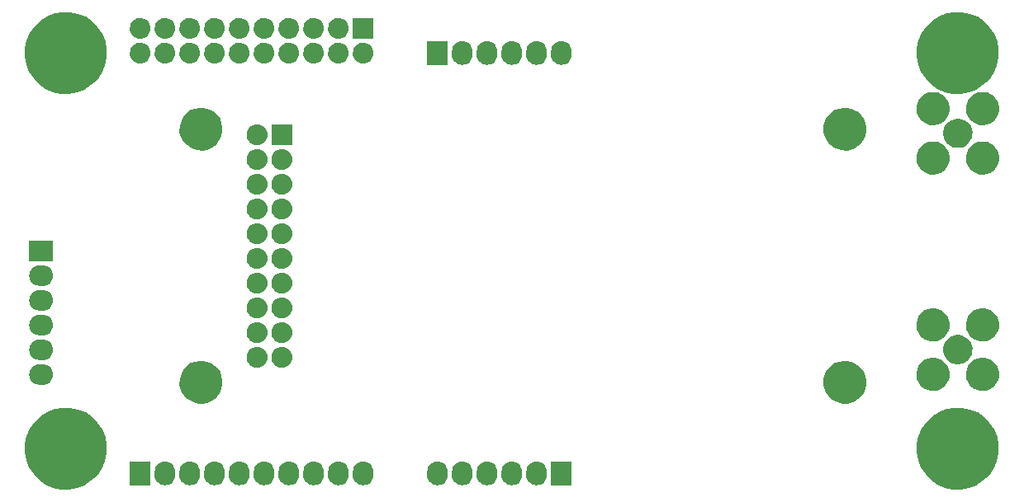
<source format=gbr>
G04 #@! TF.FileFunction,Soldermask,Top*
%FSLAX46Y46*%
G04 Gerber Fmt 4.6, Leading zero omitted, Abs format (unit mm)*
G04 Created by KiCad (PCBNEW 201611221049+7374~55~ubuntu16.04.1-product) date Sun Nov 27 19:54:39 2016*
%MOMM*%
%LPD*%
G01*
G04 APERTURE LIST*
%ADD10C,0.100000*%
G04 APERTURE END LIST*
D10*
G36*
X41081144Y-143122794D02*
X41887989Y-143288415D01*
X42647287Y-143607594D01*
X43330139Y-144068184D01*
X43910519Y-144652629D01*
X44366325Y-145338674D01*
X44680201Y-146100192D01*
X44840048Y-146907479D01*
X44840048Y-146907501D01*
X44840180Y-146908169D01*
X44827044Y-147848947D01*
X44826892Y-147849615D01*
X44826892Y-147849634D01*
X44644567Y-148652139D01*
X44309551Y-149404597D01*
X43834765Y-150077650D01*
X43238294Y-150645661D01*
X42542848Y-151087004D01*
X41774931Y-151384860D01*
X40963778Y-151527889D01*
X40140295Y-151510638D01*
X39335848Y-151333770D01*
X38581073Y-151004017D01*
X37904724Y-150533941D01*
X37332559Y-149941447D01*
X36886372Y-149249101D01*
X36583162Y-148483279D01*
X36434475Y-147673147D01*
X36445975Y-146849567D01*
X36617224Y-146043901D01*
X36941701Y-145286840D01*
X37407044Y-144607225D01*
X37995527Y-144030939D01*
X38684738Y-143579932D01*
X39448424Y-143271382D01*
X40257500Y-143117043D01*
X41081144Y-143122794D01*
X41081144Y-143122794D01*
G37*
G36*
X132521144Y-143122794D02*
X133327989Y-143288415D01*
X134087287Y-143607594D01*
X134770139Y-144068184D01*
X135350519Y-144652629D01*
X135806325Y-145338674D01*
X136120201Y-146100192D01*
X136280048Y-146907479D01*
X136280048Y-146907501D01*
X136280180Y-146908169D01*
X136267044Y-147848947D01*
X136266892Y-147849615D01*
X136266892Y-147849634D01*
X136084567Y-148652139D01*
X135749551Y-149404597D01*
X135274765Y-150077650D01*
X134678294Y-150645661D01*
X133982848Y-151087004D01*
X133214931Y-151384860D01*
X132403778Y-151527889D01*
X131580295Y-151510638D01*
X130775848Y-151333770D01*
X130021073Y-151004017D01*
X129344724Y-150533941D01*
X128772559Y-149941447D01*
X128326372Y-149249101D01*
X128023162Y-148483279D01*
X127874475Y-147673147D01*
X127885975Y-146849567D01*
X128057224Y-146043901D01*
X128381701Y-145286840D01*
X128847044Y-144607225D01*
X129435527Y-144030939D01*
X130124738Y-143579932D01*
X130888424Y-143271382D01*
X131697500Y-143117043D01*
X132521144Y-143122794D01*
X132521144Y-143122794D01*
G37*
G36*
X71333768Y-148659825D02*
X71333791Y-148659832D01*
X71333866Y-148659840D01*
X71532162Y-148721222D01*
X71714758Y-148819952D01*
X71874699Y-148952267D01*
X72005895Y-149113129D01*
X72103347Y-149296410D01*
X72163344Y-149495128D01*
X72183600Y-149701716D01*
X72183600Y-150018360D01*
X72183525Y-150029078D01*
X72183524Y-150029084D01*
X72183496Y-150033134D01*
X72160358Y-150239419D01*
X72097592Y-150437281D01*
X71997591Y-150619183D01*
X71864162Y-150778197D01*
X71702388Y-150908267D01*
X71518432Y-151004437D01*
X71319299Y-151063045D01*
X71319233Y-151063051D01*
X71319209Y-151063058D01*
X71112579Y-151081863D01*
X70906232Y-151060175D01*
X70906209Y-151060168D01*
X70906134Y-151060160D01*
X70707838Y-150998778D01*
X70525242Y-150900048D01*
X70365301Y-150767733D01*
X70234105Y-150606871D01*
X70136653Y-150423590D01*
X70076656Y-150224872D01*
X70056400Y-150018284D01*
X70056400Y-149701640D01*
X70056475Y-149690922D01*
X70056476Y-149690916D01*
X70056504Y-149686866D01*
X70079642Y-149480581D01*
X70142408Y-149282719D01*
X70242409Y-149100817D01*
X70375838Y-148941803D01*
X70537612Y-148811733D01*
X70721568Y-148715563D01*
X70920701Y-148656955D01*
X70920767Y-148656949D01*
X70920791Y-148656942D01*
X71127421Y-148638137D01*
X71333768Y-148659825D01*
X71333768Y-148659825D01*
G37*
G36*
X53553768Y-148659825D02*
X53553791Y-148659832D01*
X53553866Y-148659840D01*
X53752162Y-148721222D01*
X53934758Y-148819952D01*
X54094699Y-148952267D01*
X54225895Y-149113129D01*
X54323347Y-149296410D01*
X54383344Y-149495128D01*
X54403600Y-149701716D01*
X54403600Y-150018360D01*
X54403525Y-150029078D01*
X54403524Y-150029084D01*
X54403496Y-150033134D01*
X54380358Y-150239419D01*
X54317592Y-150437281D01*
X54217591Y-150619183D01*
X54084162Y-150778197D01*
X53922388Y-150908267D01*
X53738432Y-151004437D01*
X53539299Y-151063045D01*
X53539233Y-151063051D01*
X53539209Y-151063058D01*
X53332579Y-151081863D01*
X53126232Y-151060175D01*
X53126209Y-151060168D01*
X53126134Y-151060160D01*
X52927838Y-150998778D01*
X52745242Y-150900048D01*
X52585301Y-150767733D01*
X52454105Y-150606871D01*
X52356653Y-150423590D01*
X52296656Y-150224872D01*
X52276400Y-150018284D01*
X52276400Y-149701640D01*
X52276475Y-149690922D01*
X52276476Y-149690916D01*
X52276504Y-149686866D01*
X52299642Y-149480581D01*
X52362408Y-149282719D01*
X52462409Y-149100817D01*
X52595838Y-148941803D01*
X52757612Y-148811733D01*
X52941568Y-148715563D01*
X53140701Y-148656955D01*
X53140767Y-148656949D01*
X53140791Y-148656942D01*
X53347421Y-148638137D01*
X53553768Y-148659825D01*
X53553768Y-148659825D01*
G37*
G36*
X56093768Y-148659825D02*
X56093791Y-148659832D01*
X56093866Y-148659840D01*
X56292162Y-148721222D01*
X56474758Y-148819952D01*
X56634699Y-148952267D01*
X56765895Y-149113129D01*
X56863347Y-149296410D01*
X56923344Y-149495128D01*
X56943600Y-149701716D01*
X56943600Y-150018360D01*
X56943525Y-150029078D01*
X56943524Y-150029084D01*
X56943496Y-150033134D01*
X56920358Y-150239419D01*
X56857592Y-150437281D01*
X56757591Y-150619183D01*
X56624162Y-150778197D01*
X56462388Y-150908267D01*
X56278432Y-151004437D01*
X56079299Y-151063045D01*
X56079233Y-151063051D01*
X56079209Y-151063058D01*
X55872579Y-151081863D01*
X55666232Y-151060175D01*
X55666209Y-151060168D01*
X55666134Y-151060160D01*
X55467838Y-150998778D01*
X55285242Y-150900048D01*
X55125301Y-150767733D01*
X54994105Y-150606871D01*
X54896653Y-150423590D01*
X54836656Y-150224872D01*
X54816400Y-150018284D01*
X54816400Y-149701640D01*
X54816475Y-149690922D01*
X54816476Y-149690916D01*
X54816504Y-149686866D01*
X54839642Y-149480581D01*
X54902408Y-149282719D01*
X55002409Y-149100817D01*
X55135838Y-148941803D01*
X55297612Y-148811733D01*
X55481568Y-148715563D01*
X55680701Y-148656955D01*
X55680767Y-148656949D01*
X55680791Y-148656942D01*
X55887421Y-148638137D01*
X56093768Y-148659825D01*
X56093768Y-148659825D01*
G37*
G36*
X51013768Y-148659825D02*
X51013791Y-148659832D01*
X51013866Y-148659840D01*
X51212162Y-148721222D01*
X51394758Y-148819952D01*
X51554699Y-148952267D01*
X51685895Y-149113129D01*
X51783347Y-149296410D01*
X51843344Y-149495128D01*
X51863600Y-149701716D01*
X51863600Y-150018360D01*
X51863525Y-150029078D01*
X51863524Y-150029084D01*
X51863496Y-150033134D01*
X51840358Y-150239419D01*
X51777592Y-150437281D01*
X51677591Y-150619183D01*
X51544162Y-150778197D01*
X51382388Y-150908267D01*
X51198432Y-151004437D01*
X50999299Y-151063045D01*
X50999233Y-151063051D01*
X50999209Y-151063058D01*
X50792579Y-151081863D01*
X50586232Y-151060175D01*
X50586209Y-151060168D01*
X50586134Y-151060160D01*
X50387838Y-150998778D01*
X50205242Y-150900048D01*
X50045301Y-150767733D01*
X49914105Y-150606871D01*
X49816653Y-150423590D01*
X49756656Y-150224872D01*
X49736400Y-150018284D01*
X49736400Y-149701640D01*
X49736475Y-149690922D01*
X49736476Y-149690916D01*
X49736504Y-149686866D01*
X49759642Y-149480581D01*
X49822408Y-149282719D01*
X49922409Y-149100817D01*
X50055838Y-148941803D01*
X50217612Y-148811733D01*
X50401568Y-148715563D01*
X50600701Y-148656955D01*
X50600767Y-148656949D01*
X50600791Y-148656942D01*
X50807421Y-148638137D01*
X51013768Y-148659825D01*
X51013768Y-148659825D01*
G37*
G36*
X58633768Y-148659825D02*
X58633791Y-148659832D01*
X58633866Y-148659840D01*
X58832162Y-148721222D01*
X59014758Y-148819952D01*
X59174699Y-148952267D01*
X59305895Y-149113129D01*
X59403347Y-149296410D01*
X59463344Y-149495128D01*
X59483600Y-149701716D01*
X59483600Y-150018360D01*
X59483525Y-150029078D01*
X59483524Y-150029084D01*
X59483496Y-150033134D01*
X59460358Y-150239419D01*
X59397592Y-150437281D01*
X59297591Y-150619183D01*
X59164162Y-150778197D01*
X59002388Y-150908267D01*
X58818432Y-151004437D01*
X58619299Y-151063045D01*
X58619233Y-151063051D01*
X58619209Y-151063058D01*
X58412579Y-151081863D01*
X58206232Y-151060175D01*
X58206209Y-151060168D01*
X58206134Y-151060160D01*
X58007838Y-150998778D01*
X57825242Y-150900048D01*
X57665301Y-150767733D01*
X57534105Y-150606871D01*
X57436653Y-150423590D01*
X57376656Y-150224872D01*
X57356400Y-150018284D01*
X57356400Y-149701640D01*
X57356475Y-149690922D01*
X57356476Y-149690916D01*
X57356504Y-149686866D01*
X57379642Y-149480581D01*
X57442408Y-149282719D01*
X57542409Y-149100817D01*
X57675838Y-148941803D01*
X57837612Y-148811733D01*
X58021568Y-148715563D01*
X58220701Y-148656955D01*
X58220767Y-148656949D01*
X58220791Y-148656942D01*
X58427421Y-148638137D01*
X58633768Y-148659825D01*
X58633768Y-148659825D01*
G37*
G36*
X61173768Y-148659825D02*
X61173791Y-148659832D01*
X61173866Y-148659840D01*
X61372162Y-148721222D01*
X61554758Y-148819952D01*
X61714699Y-148952267D01*
X61845895Y-149113129D01*
X61943347Y-149296410D01*
X62003344Y-149495128D01*
X62023600Y-149701716D01*
X62023600Y-150018360D01*
X62023525Y-150029078D01*
X62023524Y-150029084D01*
X62023496Y-150033134D01*
X62000358Y-150239419D01*
X61937592Y-150437281D01*
X61837591Y-150619183D01*
X61704162Y-150778197D01*
X61542388Y-150908267D01*
X61358432Y-151004437D01*
X61159299Y-151063045D01*
X61159233Y-151063051D01*
X61159209Y-151063058D01*
X60952579Y-151081863D01*
X60746232Y-151060175D01*
X60746209Y-151060168D01*
X60746134Y-151060160D01*
X60547838Y-150998778D01*
X60365242Y-150900048D01*
X60205301Y-150767733D01*
X60074105Y-150606871D01*
X59976653Y-150423590D01*
X59916656Y-150224872D01*
X59896400Y-150018284D01*
X59896400Y-149701640D01*
X59896475Y-149690922D01*
X59896476Y-149690916D01*
X59896504Y-149686866D01*
X59919642Y-149480581D01*
X59982408Y-149282719D01*
X60082409Y-149100817D01*
X60215838Y-148941803D01*
X60377612Y-148811733D01*
X60561568Y-148715563D01*
X60760701Y-148656955D01*
X60760767Y-148656949D01*
X60760791Y-148656942D01*
X60967421Y-148638137D01*
X61173768Y-148659825D01*
X61173768Y-148659825D01*
G37*
G36*
X63713768Y-148659825D02*
X63713791Y-148659832D01*
X63713866Y-148659840D01*
X63912162Y-148721222D01*
X64094758Y-148819952D01*
X64254699Y-148952267D01*
X64385895Y-149113129D01*
X64483347Y-149296410D01*
X64543344Y-149495128D01*
X64563600Y-149701716D01*
X64563600Y-150018360D01*
X64563525Y-150029078D01*
X64563524Y-150029084D01*
X64563496Y-150033134D01*
X64540358Y-150239419D01*
X64477592Y-150437281D01*
X64377591Y-150619183D01*
X64244162Y-150778197D01*
X64082388Y-150908267D01*
X63898432Y-151004437D01*
X63699299Y-151063045D01*
X63699233Y-151063051D01*
X63699209Y-151063058D01*
X63492579Y-151081863D01*
X63286232Y-151060175D01*
X63286209Y-151060168D01*
X63286134Y-151060160D01*
X63087838Y-150998778D01*
X62905242Y-150900048D01*
X62745301Y-150767733D01*
X62614105Y-150606871D01*
X62516653Y-150423590D01*
X62456656Y-150224872D01*
X62436400Y-150018284D01*
X62436400Y-149701640D01*
X62436475Y-149690922D01*
X62436476Y-149690916D01*
X62436504Y-149686866D01*
X62459642Y-149480581D01*
X62522408Y-149282719D01*
X62622409Y-149100817D01*
X62755838Y-148941803D01*
X62917612Y-148811733D01*
X63101568Y-148715563D01*
X63300701Y-148656955D01*
X63300767Y-148656949D01*
X63300791Y-148656942D01*
X63507421Y-148638137D01*
X63713768Y-148659825D01*
X63713768Y-148659825D01*
G37*
G36*
X66253768Y-148659825D02*
X66253791Y-148659832D01*
X66253866Y-148659840D01*
X66452162Y-148721222D01*
X66634758Y-148819952D01*
X66794699Y-148952267D01*
X66925895Y-149113129D01*
X67023347Y-149296410D01*
X67083344Y-149495128D01*
X67103600Y-149701716D01*
X67103600Y-150018360D01*
X67103525Y-150029078D01*
X67103524Y-150029084D01*
X67103496Y-150033134D01*
X67080358Y-150239419D01*
X67017592Y-150437281D01*
X66917591Y-150619183D01*
X66784162Y-150778197D01*
X66622388Y-150908267D01*
X66438432Y-151004437D01*
X66239299Y-151063045D01*
X66239233Y-151063051D01*
X66239209Y-151063058D01*
X66032579Y-151081863D01*
X65826232Y-151060175D01*
X65826209Y-151060168D01*
X65826134Y-151060160D01*
X65627838Y-150998778D01*
X65445242Y-150900048D01*
X65285301Y-150767733D01*
X65154105Y-150606871D01*
X65056653Y-150423590D01*
X64996656Y-150224872D01*
X64976400Y-150018284D01*
X64976400Y-149701640D01*
X64976475Y-149690922D01*
X64976476Y-149690916D01*
X64976504Y-149686866D01*
X64999642Y-149480581D01*
X65062408Y-149282719D01*
X65162409Y-149100817D01*
X65295838Y-148941803D01*
X65457612Y-148811733D01*
X65641568Y-148715563D01*
X65840701Y-148656955D01*
X65840767Y-148656949D01*
X65840791Y-148656942D01*
X66047421Y-148638137D01*
X66253768Y-148659825D01*
X66253768Y-148659825D01*
G37*
G36*
X68793768Y-148659825D02*
X68793791Y-148659832D01*
X68793866Y-148659840D01*
X68992162Y-148721222D01*
X69174758Y-148819952D01*
X69334699Y-148952267D01*
X69465895Y-149113129D01*
X69563347Y-149296410D01*
X69623344Y-149495128D01*
X69643600Y-149701716D01*
X69643600Y-150018360D01*
X69643525Y-150029078D01*
X69643524Y-150029084D01*
X69643496Y-150033134D01*
X69620358Y-150239419D01*
X69557592Y-150437281D01*
X69457591Y-150619183D01*
X69324162Y-150778197D01*
X69162388Y-150908267D01*
X68978432Y-151004437D01*
X68779299Y-151063045D01*
X68779233Y-151063051D01*
X68779209Y-151063058D01*
X68572579Y-151081863D01*
X68366232Y-151060175D01*
X68366209Y-151060168D01*
X68366134Y-151060160D01*
X68167838Y-150998778D01*
X67985242Y-150900048D01*
X67825301Y-150767733D01*
X67694105Y-150606871D01*
X67596653Y-150423590D01*
X67536656Y-150224872D01*
X67516400Y-150018284D01*
X67516400Y-149701640D01*
X67516475Y-149690922D01*
X67516476Y-149690916D01*
X67516504Y-149686866D01*
X67539642Y-149480581D01*
X67602408Y-149282719D01*
X67702409Y-149100817D01*
X67835838Y-148941803D01*
X67997612Y-148811733D01*
X68181568Y-148715563D01*
X68380701Y-148656955D01*
X68380767Y-148656949D01*
X68380791Y-148656942D01*
X68587421Y-148638137D01*
X68793768Y-148659825D01*
X68793768Y-148659825D01*
G37*
G36*
X78953768Y-148659825D02*
X78953791Y-148659832D01*
X78953866Y-148659840D01*
X79152162Y-148721222D01*
X79334758Y-148819952D01*
X79494699Y-148952267D01*
X79625895Y-149113129D01*
X79723347Y-149296410D01*
X79783344Y-149495128D01*
X79803600Y-149701716D01*
X79803600Y-150018360D01*
X79803525Y-150029078D01*
X79803524Y-150029084D01*
X79803496Y-150033134D01*
X79780358Y-150239419D01*
X79717592Y-150437281D01*
X79617591Y-150619183D01*
X79484162Y-150778197D01*
X79322388Y-150908267D01*
X79138432Y-151004437D01*
X78939299Y-151063045D01*
X78939233Y-151063051D01*
X78939209Y-151063058D01*
X78732579Y-151081863D01*
X78526232Y-151060175D01*
X78526209Y-151060168D01*
X78526134Y-151060160D01*
X78327838Y-150998778D01*
X78145242Y-150900048D01*
X77985301Y-150767733D01*
X77854105Y-150606871D01*
X77756653Y-150423590D01*
X77696656Y-150224872D01*
X77676400Y-150018284D01*
X77676400Y-149701640D01*
X77676475Y-149690922D01*
X77676476Y-149690916D01*
X77676504Y-149686866D01*
X77699642Y-149480581D01*
X77762408Y-149282719D01*
X77862409Y-149100817D01*
X77995838Y-148941803D01*
X78157612Y-148811733D01*
X78341568Y-148715563D01*
X78540701Y-148656955D01*
X78540767Y-148656949D01*
X78540791Y-148656942D01*
X78747421Y-148638137D01*
X78953768Y-148659825D01*
X78953768Y-148659825D01*
G37*
G36*
X81493768Y-148659825D02*
X81493791Y-148659832D01*
X81493866Y-148659840D01*
X81692162Y-148721222D01*
X81874758Y-148819952D01*
X82034699Y-148952267D01*
X82165895Y-149113129D01*
X82263347Y-149296410D01*
X82323344Y-149495128D01*
X82343600Y-149701716D01*
X82343600Y-150018360D01*
X82343525Y-150029078D01*
X82343524Y-150029084D01*
X82343496Y-150033134D01*
X82320358Y-150239419D01*
X82257592Y-150437281D01*
X82157591Y-150619183D01*
X82024162Y-150778197D01*
X81862388Y-150908267D01*
X81678432Y-151004437D01*
X81479299Y-151063045D01*
X81479233Y-151063051D01*
X81479209Y-151063058D01*
X81272579Y-151081863D01*
X81066232Y-151060175D01*
X81066209Y-151060168D01*
X81066134Y-151060160D01*
X80867838Y-150998778D01*
X80685242Y-150900048D01*
X80525301Y-150767733D01*
X80394105Y-150606871D01*
X80296653Y-150423590D01*
X80236656Y-150224872D01*
X80216400Y-150018284D01*
X80216400Y-149701640D01*
X80216475Y-149690922D01*
X80216476Y-149690916D01*
X80216504Y-149686866D01*
X80239642Y-149480581D01*
X80302408Y-149282719D01*
X80402409Y-149100817D01*
X80535838Y-148941803D01*
X80697612Y-148811733D01*
X80881568Y-148715563D01*
X81080701Y-148656955D01*
X81080767Y-148656949D01*
X81080791Y-148656942D01*
X81287421Y-148638137D01*
X81493768Y-148659825D01*
X81493768Y-148659825D01*
G37*
G36*
X84033768Y-148659825D02*
X84033791Y-148659832D01*
X84033866Y-148659840D01*
X84232162Y-148721222D01*
X84414758Y-148819952D01*
X84574699Y-148952267D01*
X84705895Y-149113129D01*
X84803347Y-149296410D01*
X84863344Y-149495128D01*
X84883600Y-149701716D01*
X84883600Y-150018360D01*
X84883525Y-150029078D01*
X84883524Y-150029084D01*
X84883496Y-150033134D01*
X84860358Y-150239419D01*
X84797592Y-150437281D01*
X84697591Y-150619183D01*
X84564162Y-150778197D01*
X84402388Y-150908267D01*
X84218432Y-151004437D01*
X84019299Y-151063045D01*
X84019233Y-151063051D01*
X84019209Y-151063058D01*
X83812579Y-151081863D01*
X83606232Y-151060175D01*
X83606209Y-151060168D01*
X83606134Y-151060160D01*
X83407838Y-150998778D01*
X83225242Y-150900048D01*
X83065301Y-150767733D01*
X82934105Y-150606871D01*
X82836653Y-150423590D01*
X82776656Y-150224872D01*
X82756400Y-150018284D01*
X82756400Y-149701640D01*
X82756475Y-149690922D01*
X82756476Y-149690916D01*
X82756504Y-149686866D01*
X82779642Y-149480581D01*
X82842408Y-149282719D01*
X82942409Y-149100817D01*
X83075838Y-148941803D01*
X83237612Y-148811733D01*
X83421568Y-148715563D01*
X83620701Y-148656955D01*
X83620767Y-148656949D01*
X83620791Y-148656942D01*
X83827421Y-148638137D01*
X84033768Y-148659825D01*
X84033768Y-148659825D01*
G37*
G36*
X86573768Y-148659825D02*
X86573791Y-148659832D01*
X86573866Y-148659840D01*
X86772162Y-148721222D01*
X86954758Y-148819952D01*
X87114699Y-148952267D01*
X87245895Y-149113129D01*
X87343347Y-149296410D01*
X87403344Y-149495128D01*
X87423600Y-149701716D01*
X87423600Y-150018360D01*
X87423525Y-150029078D01*
X87423524Y-150029084D01*
X87423496Y-150033134D01*
X87400358Y-150239419D01*
X87337592Y-150437281D01*
X87237591Y-150619183D01*
X87104162Y-150778197D01*
X86942388Y-150908267D01*
X86758432Y-151004437D01*
X86559299Y-151063045D01*
X86559233Y-151063051D01*
X86559209Y-151063058D01*
X86352579Y-151081863D01*
X86146232Y-151060175D01*
X86146209Y-151060168D01*
X86146134Y-151060160D01*
X85947838Y-150998778D01*
X85765242Y-150900048D01*
X85605301Y-150767733D01*
X85474105Y-150606871D01*
X85376653Y-150423590D01*
X85316656Y-150224872D01*
X85296400Y-150018284D01*
X85296400Y-149701640D01*
X85296475Y-149690922D01*
X85296476Y-149690916D01*
X85296504Y-149686866D01*
X85319642Y-149480581D01*
X85382408Y-149282719D01*
X85482409Y-149100817D01*
X85615838Y-148941803D01*
X85777612Y-148811733D01*
X85961568Y-148715563D01*
X86160701Y-148656955D01*
X86160767Y-148656949D01*
X86160791Y-148656942D01*
X86367421Y-148638137D01*
X86573768Y-148659825D01*
X86573768Y-148659825D01*
G37*
G36*
X89113768Y-148659825D02*
X89113791Y-148659832D01*
X89113866Y-148659840D01*
X89312162Y-148721222D01*
X89494758Y-148819952D01*
X89654699Y-148952267D01*
X89785895Y-149113129D01*
X89883347Y-149296410D01*
X89943344Y-149495128D01*
X89963600Y-149701716D01*
X89963600Y-150018360D01*
X89963525Y-150029078D01*
X89963524Y-150029084D01*
X89963496Y-150033134D01*
X89940358Y-150239419D01*
X89877592Y-150437281D01*
X89777591Y-150619183D01*
X89644162Y-150778197D01*
X89482388Y-150908267D01*
X89298432Y-151004437D01*
X89099299Y-151063045D01*
X89099233Y-151063051D01*
X89099209Y-151063058D01*
X88892579Y-151081863D01*
X88686232Y-151060175D01*
X88686209Y-151060168D01*
X88686134Y-151060160D01*
X88487838Y-150998778D01*
X88305242Y-150900048D01*
X88145301Y-150767733D01*
X88014105Y-150606871D01*
X87916653Y-150423590D01*
X87856656Y-150224872D01*
X87836400Y-150018284D01*
X87836400Y-149701640D01*
X87836475Y-149690922D01*
X87836476Y-149690916D01*
X87836504Y-149686866D01*
X87859642Y-149480581D01*
X87922408Y-149282719D01*
X88022409Y-149100817D01*
X88155838Y-148941803D01*
X88317612Y-148811733D01*
X88501568Y-148715563D01*
X88700701Y-148656955D01*
X88700767Y-148656949D01*
X88700791Y-148656942D01*
X88907421Y-148638137D01*
X89113768Y-148659825D01*
X89113768Y-148659825D01*
G37*
G36*
X49323600Y-151076000D02*
X47196400Y-151076000D01*
X47196400Y-148644000D01*
X49323600Y-148644000D01*
X49323600Y-151076000D01*
X49323600Y-151076000D01*
G37*
G36*
X92503600Y-151076000D02*
X90376400Y-151076000D01*
X90376400Y-148644000D01*
X92503600Y-148644000D01*
X92503600Y-151076000D01*
X92503600Y-151076000D01*
G37*
G36*
X120731076Y-138301462D02*
X121153709Y-138388215D01*
X121551438Y-138555405D01*
X121909123Y-138796666D01*
X122213131Y-139102804D01*
X122451886Y-139462161D01*
X122616298Y-139861052D01*
X122699962Y-140283589D01*
X122699962Y-140283611D01*
X122700094Y-140284279D01*
X122693213Y-140777067D01*
X122693062Y-140777730D01*
X122693062Y-140777754D01*
X122597633Y-141197787D01*
X122422146Y-141591937D01*
X122173452Y-141944482D01*
X121861013Y-142242015D01*
X121496728Y-142473196D01*
X121094491Y-142629214D01*
X120669598Y-142704135D01*
X120238250Y-142695098D01*
X119816871Y-142602452D01*
X119421513Y-142429725D01*
X119067235Y-142183495D01*
X118767529Y-141873141D01*
X118533812Y-141510482D01*
X118374987Y-141109336D01*
X118297103Y-140684981D01*
X118303127Y-140253584D01*
X118392829Y-139831567D01*
X118562794Y-139435009D01*
X118806545Y-139079021D01*
X119114799Y-138777156D01*
X119475813Y-138540915D01*
X119875839Y-138379294D01*
X120299642Y-138298449D01*
X120731076Y-138301462D01*
X120731076Y-138301462D01*
G37*
G36*
X54731076Y-138301462D02*
X55153709Y-138388215D01*
X55551438Y-138555405D01*
X55909123Y-138796666D01*
X56213131Y-139102804D01*
X56451886Y-139462161D01*
X56616298Y-139861052D01*
X56699962Y-140283589D01*
X56699962Y-140283611D01*
X56700094Y-140284279D01*
X56693213Y-140777067D01*
X56693062Y-140777730D01*
X56693062Y-140777754D01*
X56597633Y-141197787D01*
X56422146Y-141591937D01*
X56173452Y-141944482D01*
X55861013Y-142242015D01*
X55496728Y-142473196D01*
X55094491Y-142629214D01*
X54669598Y-142704135D01*
X54238250Y-142695098D01*
X53816871Y-142602452D01*
X53421513Y-142429725D01*
X53067235Y-142183495D01*
X52767529Y-141873141D01*
X52533812Y-141510482D01*
X52374987Y-141109336D01*
X52297103Y-140684981D01*
X52303127Y-140253584D01*
X52392829Y-139831567D01*
X52562794Y-139435009D01*
X52806545Y-139079021D01*
X53114799Y-138777156D01*
X53475813Y-138540915D01*
X53875839Y-138379294D01*
X54299642Y-138298449D01*
X54731076Y-138301462D01*
X54731076Y-138301462D01*
G37*
G36*
X129718559Y-138001129D02*
X130045140Y-138068166D01*
X130352475Y-138197358D01*
X130628869Y-138383788D01*
X130863783Y-138620348D01*
X131048275Y-138898033D01*
X131175322Y-139206272D01*
X131239940Y-139532614D01*
X131239940Y-139532633D01*
X131240073Y-139533306D01*
X131234756Y-139914097D01*
X131234604Y-139914765D01*
X131234604Y-139914784D01*
X131160898Y-140239203D01*
X131025298Y-140543763D01*
X130833120Y-140816194D01*
X130591692Y-141046101D01*
X130310200Y-141224743D01*
X129999379Y-141345302D01*
X129671052Y-141403195D01*
X129337739Y-141396213D01*
X129012127Y-141324622D01*
X128706624Y-141191152D01*
X128432864Y-141000883D01*
X128201273Y-140761064D01*
X128020674Y-140480828D01*
X127897943Y-140170849D01*
X127837761Y-139842941D01*
X127842416Y-139509588D01*
X127911731Y-139183484D01*
X128043068Y-138877052D01*
X128231422Y-138601970D01*
X128469614Y-138368714D01*
X128748586Y-138186160D01*
X129057693Y-138061272D01*
X129385178Y-137998801D01*
X129718559Y-138001129D01*
X129718559Y-138001129D01*
G37*
G36*
X134798559Y-138001129D02*
X135125140Y-138068166D01*
X135432475Y-138197358D01*
X135708869Y-138383788D01*
X135943783Y-138620348D01*
X136128275Y-138898033D01*
X136255322Y-139206272D01*
X136319940Y-139532614D01*
X136319940Y-139532633D01*
X136320073Y-139533306D01*
X136314756Y-139914097D01*
X136314604Y-139914765D01*
X136314604Y-139914784D01*
X136240898Y-140239203D01*
X136105298Y-140543763D01*
X135913120Y-140816194D01*
X135671692Y-141046101D01*
X135390200Y-141224743D01*
X135079379Y-141345302D01*
X134751052Y-141403195D01*
X134417739Y-141396213D01*
X134092127Y-141324622D01*
X133786624Y-141191152D01*
X133512864Y-141000883D01*
X133281273Y-140761064D01*
X133100674Y-140480828D01*
X132977943Y-140170849D01*
X132917761Y-139842941D01*
X132922416Y-139509588D01*
X132991731Y-139183484D01*
X133123068Y-138877052D01*
X133311422Y-138601970D01*
X133549614Y-138368714D01*
X133828586Y-138186160D01*
X134137693Y-138061272D01*
X134465178Y-137998801D01*
X134798559Y-138001129D01*
X134798559Y-138001129D01*
G37*
G36*
X38269078Y-138636475D02*
X38269084Y-138636476D01*
X38273134Y-138636504D01*
X38479419Y-138659642D01*
X38677281Y-138722408D01*
X38859183Y-138822409D01*
X39018197Y-138955838D01*
X39148267Y-139117612D01*
X39244437Y-139301568D01*
X39303045Y-139500701D01*
X39303051Y-139500767D01*
X39303058Y-139500791D01*
X39321863Y-139707421D01*
X39300175Y-139913768D01*
X39300168Y-139913791D01*
X39300160Y-139913866D01*
X39238778Y-140112162D01*
X39140048Y-140294758D01*
X39007733Y-140454699D01*
X38846871Y-140585895D01*
X38663590Y-140683347D01*
X38464872Y-140743344D01*
X38258284Y-140763600D01*
X37941640Y-140763600D01*
X37930922Y-140763525D01*
X37930916Y-140763524D01*
X37926866Y-140763496D01*
X37720581Y-140740358D01*
X37522719Y-140677592D01*
X37340817Y-140577591D01*
X37181803Y-140444162D01*
X37051733Y-140282388D01*
X36955563Y-140098432D01*
X36896955Y-139899299D01*
X36896949Y-139899233D01*
X36896942Y-139899209D01*
X36878137Y-139692579D01*
X36899825Y-139486232D01*
X36899832Y-139486209D01*
X36899840Y-139486134D01*
X36961222Y-139287838D01*
X37059952Y-139105242D01*
X37192267Y-138945301D01*
X37353129Y-138814105D01*
X37536410Y-138716653D01*
X37735128Y-138656656D01*
X37941716Y-138636400D01*
X38258360Y-138636400D01*
X38269078Y-138636475D01*
X38269078Y-138636475D01*
G37*
G36*
X62785940Y-136866475D02*
X62785946Y-136866476D01*
X62789996Y-136866504D01*
X62996281Y-136889642D01*
X63194143Y-136952408D01*
X63376045Y-137052409D01*
X63535059Y-137185838D01*
X63665129Y-137347612D01*
X63761299Y-137531568D01*
X63819907Y-137730701D01*
X63819913Y-137730767D01*
X63819920Y-137730791D01*
X63838725Y-137937421D01*
X63817037Y-138143768D01*
X63817030Y-138143791D01*
X63817022Y-138143866D01*
X63755640Y-138342162D01*
X63656910Y-138524758D01*
X63524595Y-138684699D01*
X63363733Y-138815895D01*
X63180452Y-138913347D01*
X62981734Y-138973344D01*
X62775146Y-138993600D01*
X62764778Y-138993600D01*
X62754060Y-138993525D01*
X62754054Y-138993524D01*
X62750004Y-138993496D01*
X62543719Y-138970358D01*
X62345857Y-138907592D01*
X62163955Y-138807591D01*
X62004941Y-138674162D01*
X61874871Y-138512388D01*
X61778701Y-138328432D01*
X61720093Y-138129299D01*
X61720087Y-138129233D01*
X61720080Y-138129209D01*
X61701275Y-137922579D01*
X61722963Y-137716232D01*
X61722970Y-137716209D01*
X61722978Y-137716134D01*
X61784360Y-137517838D01*
X61883090Y-137335242D01*
X62015405Y-137175301D01*
X62176267Y-137044105D01*
X62359548Y-136946653D01*
X62558266Y-136886656D01*
X62764854Y-136866400D01*
X62775222Y-136866400D01*
X62785940Y-136866475D01*
X62785940Y-136866475D01*
G37*
G36*
X60245940Y-136866475D02*
X60245946Y-136866476D01*
X60249996Y-136866504D01*
X60456281Y-136889642D01*
X60654143Y-136952408D01*
X60836045Y-137052409D01*
X60995059Y-137185838D01*
X61125129Y-137347612D01*
X61221299Y-137531568D01*
X61279907Y-137730701D01*
X61279913Y-137730767D01*
X61279920Y-137730791D01*
X61298725Y-137937421D01*
X61277037Y-138143768D01*
X61277030Y-138143791D01*
X61277022Y-138143866D01*
X61215640Y-138342162D01*
X61116910Y-138524758D01*
X60984595Y-138684699D01*
X60823733Y-138815895D01*
X60640452Y-138913347D01*
X60441734Y-138973344D01*
X60235146Y-138993600D01*
X60224778Y-138993600D01*
X60214060Y-138993525D01*
X60214054Y-138993524D01*
X60210004Y-138993496D01*
X60003719Y-138970358D01*
X59805857Y-138907592D01*
X59623955Y-138807591D01*
X59464941Y-138674162D01*
X59334871Y-138512388D01*
X59238701Y-138328432D01*
X59180093Y-138129299D01*
X59180087Y-138129233D01*
X59180080Y-138129209D01*
X59161275Y-137922579D01*
X59182963Y-137716232D01*
X59182970Y-137716209D01*
X59182978Y-137716134D01*
X59244360Y-137517838D01*
X59343090Y-137335242D01*
X59475405Y-137175301D01*
X59636267Y-137044105D01*
X59819548Y-136946653D01*
X60018266Y-136886656D01*
X60224854Y-136866400D01*
X60235222Y-136866400D01*
X60245940Y-136866475D01*
X60245940Y-136866475D01*
G37*
G36*
X132237557Y-135660995D02*
X132525710Y-135720144D01*
X132796888Y-135834137D01*
X133040767Y-135998635D01*
X133248045Y-136207365D01*
X133410832Y-136452381D01*
X133522932Y-136724353D01*
X133579932Y-137012228D01*
X133579932Y-137012249D01*
X133580064Y-137012917D01*
X133575373Y-137348910D01*
X133575221Y-137349578D01*
X133575221Y-137349597D01*
X133510206Y-137635764D01*
X133390555Y-137904505D01*
X133220992Y-138144875D01*
X133007965Y-138347738D01*
X132759587Y-138505363D01*
X132485337Y-138611738D01*
X132195634Y-138662821D01*
X131901533Y-138656659D01*
X131614230Y-138593493D01*
X131344668Y-138475723D01*
X131103114Y-138307839D01*
X130898769Y-138096233D01*
X130739417Y-137848967D01*
X130631125Y-137575455D01*
X130578024Y-137286124D01*
X130582131Y-136991990D01*
X130643292Y-136704245D01*
X130759174Y-136433872D01*
X130925371Y-136191149D01*
X131135544Y-135985333D01*
X131381690Y-135824259D01*
X131654435Y-135714063D01*
X131943392Y-135658941D01*
X132237557Y-135660995D01*
X132237557Y-135660995D01*
G37*
G36*
X38269078Y-136096475D02*
X38269084Y-136096476D01*
X38273134Y-136096504D01*
X38479419Y-136119642D01*
X38677281Y-136182408D01*
X38859183Y-136282409D01*
X39018197Y-136415838D01*
X39148267Y-136577612D01*
X39244437Y-136761568D01*
X39303045Y-136960701D01*
X39303051Y-136960767D01*
X39303058Y-136960791D01*
X39321863Y-137167421D01*
X39300175Y-137373768D01*
X39300168Y-137373791D01*
X39300160Y-137373866D01*
X39238778Y-137572162D01*
X39140048Y-137754758D01*
X39007733Y-137914699D01*
X38846871Y-138045895D01*
X38663590Y-138143347D01*
X38464872Y-138203344D01*
X38258284Y-138223600D01*
X37941640Y-138223600D01*
X37930922Y-138223525D01*
X37930916Y-138223524D01*
X37926866Y-138223496D01*
X37720581Y-138200358D01*
X37522719Y-138137592D01*
X37340817Y-138037591D01*
X37181803Y-137904162D01*
X37051733Y-137742388D01*
X36955563Y-137558432D01*
X36896955Y-137359299D01*
X36896949Y-137359233D01*
X36896942Y-137359209D01*
X36878137Y-137152579D01*
X36899825Y-136946232D01*
X36899832Y-136946209D01*
X36899840Y-136946134D01*
X36961222Y-136747838D01*
X37059952Y-136565242D01*
X37192267Y-136405301D01*
X37353129Y-136274105D01*
X37536410Y-136176653D01*
X37735128Y-136116656D01*
X37941716Y-136096400D01*
X38258360Y-136096400D01*
X38269078Y-136096475D01*
X38269078Y-136096475D01*
G37*
G36*
X62785940Y-134326475D02*
X62785946Y-134326476D01*
X62789996Y-134326504D01*
X62996281Y-134349642D01*
X63194143Y-134412408D01*
X63376045Y-134512409D01*
X63535059Y-134645838D01*
X63665129Y-134807612D01*
X63761299Y-134991568D01*
X63819907Y-135190701D01*
X63819913Y-135190767D01*
X63819920Y-135190791D01*
X63838725Y-135397421D01*
X63817037Y-135603768D01*
X63817030Y-135603791D01*
X63817022Y-135603866D01*
X63755640Y-135802162D01*
X63656910Y-135984758D01*
X63524595Y-136144699D01*
X63363733Y-136275895D01*
X63180452Y-136373347D01*
X62981734Y-136433344D01*
X62775146Y-136453600D01*
X62764778Y-136453600D01*
X62754060Y-136453525D01*
X62754054Y-136453524D01*
X62750004Y-136453496D01*
X62543719Y-136430358D01*
X62345857Y-136367592D01*
X62163955Y-136267591D01*
X62004941Y-136134162D01*
X61874871Y-135972388D01*
X61778701Y-135788432D01*
X61720093Y-135589299D01*
X61720087Y-135589233D01*
X61720080Y-135589209D01*
X61701275Y-135382579D01*
X61722963Y-135176232D01*
X61722970Y-135176209D01*
X61722978Y-135176134D01*
X61784360Y-134977838D01*
X61883090Y-134795242D01*
X62015405Y-134635301D01*
X62176267Y-134504105D01*
X62359548Y-134406653D01*
X62558266Y-134346656D01*
X62764854Y-134326400D01*
X62775222Y-134326400D01*
X62785940Y-134326475D01*
X62785940Y-134326475D01*
G37*
G36*
X60245940Y-134326475D02*
X60245946Y-134326476D01*
X60249996Y-134326504D01*
X60456281Y-134349642D01*
X60654143Y-134412408D01*
X60836045Y-134512409D01*
X60995059Y-134645838D01*
X61125129Y-134807612D01*
X61221299Y-134991568D01*
X61279907Y-135190701D01*
X61279913Y-135190767D01*
X61279920Y-135190791D01*
X61298725Y-135397421D01*
X61277037Y-135603768D01*
X61277030Y-135603791D01*
X61277022Y-135603866D01*
X61215640Y-135802162D01*
X61116910Y-135984758D01*
X60984595Y-136144699D01*
X60823733Y-136275895D01*
X60640452Y-136373347D01*
X60441734Y-136433344D01*
X60235146Y-136453600D01*
X60224778Y-136453600D01*
X60214060Y-136453525D01*
X60214054Y-136453524D01*
X60210004Y-136453496D01*
X60003719Y-136430358D01*
X59805857Y-136367592D01*
X59623955Y-136267591D01*
X59464941Y-136134162D01*
X59334871Y-135972388D01*
X59238701Y-135788432D01*
X59180093Y-135589299D01*
X59180087Y-135589233D01*
X59180080Y-135589209D01*
X59161275Y-135382579D01*
X59182963Y-135176232D01*
X59182970Y-135176209D01*
X59182978Y-135176134D01*
X59244360Y-134977838D01*
X59343090Y-134795242D01*
X59475405Y-134635301D01*
X59636267Y-134504105D01*
X59819548Y-134406653D01*
X60018266Y-134346656D01*
X60224854Y-134326400D01*
X60235222Y-134326400D01*
X60245940Y-134326475D01*
X60245940Y-134326475D01*
G37*
G36*
X129718559Y-132921129D02*
X130045140Y-132988166D01*
X130352475Y-133117358D01*
X130628869Y-133303788D01*
X130863783Y-133540348D01*
X131048275Y-133818033D01*
X131175322Y-134126272D01*
X131239940Y-134452614D01*
X131239940Y-134452633D01*
X131240073Y-134453306D01*
X131234756Y-134834097D01*
X131234604Y-134834765D01*
X131234604Y-134834784D01*
X131160898Y-135159203D01*
X131025298Y-135463763D01*
X130833120Y-135736194D01*
X130591692Y-135966101D01*
X130310200Y-136144743D01*
X129999379Y-136265302D01*
X129671052Y-136323195D01*
X129337739Y-136316213D01*
X129012127Y-136244622D01*
X128706624Y-136111152D01*
X128432864Y-135920883D01*
X128201273Y-135681064D01*
X128020674Y-135400828D01*
X127897943Y-135090849D01*
X127837761Y-134762941D01*
X127842416Y-134429588D01*
X127911731Y-134103484D01*
X128043068Y-133797052D01*
X128231422Y-133521970D01*
X128469614Y-133288714D01*
X128748586Y-133106160D01*
X129057693Y-132981272D01*
X129385178Y-132918801D01*
X129718559Y-132921129D01*
X129718559Y-132921129D01*
G37*
G36*
X134798559Y-132921129D02*
X135125140Y-132988166D01*
X135432475Y-133117358D01*
X135708869Y-133303788D01*
X135943783Y-133540348D01*
X136128275Y-133818033D01*
X136255322Y-134126272D01*
X136319940Y-134452614D01*
X136319940Y-134452633D01*
X136320073Y-134453306D01*
X136314756Y-134834097D01*
X136314604Y-134834765D01*
X136314604Y-134834784D01*
X136240898Y-135159203D01*
X136105298Y-135463763D01*
X135913120Y-135736194D01*
X135671692Y-135966101D01*
X135390200Y-136144743D01*
X135079379Y-136265302D01*
X134751052Y-136323195D01*
X134417739Y-136316213D01*
X134092127Y-136244622D01*
X133786624Y-136111152D01*
X133512864Y-135920883D01*
X133281273Y-135681064D01*
X133100674Y-135400828D01*
X132977943Y-135090849D01*
X132917761Y-134762941D01*
X132922416Y-134429588D01*
X132991731Y-134103484D01*
X133123068Y-133797052D01*
X133311422Y-133521970D01*
X133549614Y-133288714D01*
X133828586Y-133106160D01*
X134137693Y-132981272D01*
X134465178Y-132918801D01*
X134798559Y-132921129D01*
X134798559Y-132921129D01*
G37*
G36*
X38269078Y-133556475D02*
X38269084Y-133556476D01*
X38273134Y-133556504D01*
X38479419Y-133579642D01*
X38677281Y-133642408D01*
X38859183Y-133742409D01*
X39018197Y-133875838D01*
X39148267Y-134037612D01*
X39244437Y-134221568D01*
X39303045Y-134420701D01*
X39303051Y-134420767D01*
X39303058Y-134420791D01*
X39321863Y-134627421D01*
X39300175Y-134833768D01*
X39300168Y-134833791D01*
X39300160Y-134833866D01*
X39238778Y-135032162D01*
X39140048Y-135214758D01*
X39007733Y-135374699D01*
X38846871Y-135505895D01*
X38663590Y-135603347D01*
X38464872Y-135663344D01*
X38258284Y-135683600D01*
X37941640Y-135683600D01*
X37930922Y-135683525D01*
X37930916Y-135683524D01*
X37926866Y-135683496D01*
X37720581Y-135660358D01*
X37522719Y-135597592D01*
X37340817Y-135497591D01*
X37181803Y-135364162D01*
X37051733Y-135202388D01*
X36955563Y-135018432D01*
X36896955Y-134819299D01*
X36896949Y-134819233D01*
X36896942Y-134819209D01*
X36878137Y-134612579D01*
X36899825Y-134406232D01*
X36899832Y-134406209D01*
X36899840Y-134406134D01*
X36961222Y-134207838D01*
X37059952Y-134025242D01*
X37192267Y-133865301D01*
X37353129Y-133734105D01*
X37536410Y-133636653D01*
X37735128Y-133576656D01*
X37941716Y-133556400D01*
X38258360Y-133556400D01*
X38269078Y-133556475D01*
X38269078Y-133556475D01*
G37*
G36*
X62785940Y-131786475D02*
X62785946Y-131786476D01*
X62789996Y-131786504D01*
X62996281Y-131809642D01*
X63194143Y-131872408D01*
X63376045Y-131972409D01*
X63535059Y-132105838D01*
X63665129Y-132267612D01*
X63761299Y-132451568D01*
X63819907Y-132650701D01*
X63819913Y-132650767D01*
X63819920Y-132650791D01*
X63838725Y-132857421D01*
X63817037Y-133063768D01*
X63817030Y-133063791D01*
X63817022Y-133063866D01*
X63755640Y-133262162D01*
X63656910Y-133444758D01*
X63524595Y-133604699D01*
X63363733Y-133735895D01*
X63180452Y-133833347D01*
X62981734Y-133893344D01*
X62775146Y-133913600D01*
X62764778Y-133913600D01*
X62754060Y-133913525D01*
X62754054Y-133913524D01*
X62750004Y-133913496D01*
X62543719Y-133890358D01*
X62345857Y-133827592D01*
X62163955Y-133727591D01*
X62004941Y-133594162D01*
X61874871Y-133432388D01*
X61778701Y-133248432D01*
X61720093Y-133049299D01*
X61720087Y-133049233D01*
X61720080Y-133049209D01*
X61701275Y-132842579D01*
X61722963Y-132636232D01*
X61722970Y-132636209D01*
X61722978Y-132636134D01*
X61784360Y-132437838D01*
X61883090Y-132255242D01*
X62015405Y-132095301D01*
X62176267Y-131964105D01*
X62359548Y-131866653D01*
X62558266Y-131806656D01*
X62764854Y-131786400D01*
X62775222Y-131786400D01*
X62785940Y-131786475D01*
X62785940Y-131786475D01*
G37*
G36*
X60245940Y-131786475D02*
X60245946Y-131786476D01*
X60249996Y-131786504D01*
X60456281Y-131809642D01*
X60654143Y-131872408D01*
X60836045Y-131972409D01*
X60995059Y-132105838D01*
X61125129Y-132267612D01*
X61221299Y-132451568D01*
X61279907Y-132650701D01*
X61279913Y-132650767D01*
X61279920Y-132650791D01*
X61298725Y-132857421D01*
X61277037Y-133063768D01*
X61277030Y-133063791D01*
X61277022Y-133063866D01*
X61215640Y-133262162D01*
X61116910Y-133444758D01*
X60984595Y-133604699D01*
X60823733Y-133735895D01*
X60640452Y-133833347D01*
X60441734Y-133893344D01*
X60235146Y-133913600D01*
X60224778Y-133913600D01*
X60214060Y-133913525D01*
X60214054Y-133913524D01*
X60210004Y-133913496D01*
X60003719Y-133890358D01*
X59805857Y-133827592D01*
X59623955Y-133727591D01*
X59464941Y-133594162D01*
X59334871Y-133432388D01*
X59238701Y-133248432D01*
X59180093Y-133049299D01*
X59180087Y-133049233D01*
X59180080Y-133049209D01*
X59161275Y-132842579D01*
X59182963Y-132636232D01*
X59182970Y-132636209D01*
X59182978Y-132636134D01*
X59244360Y-132437838D01*
X59343090Y-132255242D01*
X59475405Y-132095301D01*
X59636267Y-131964105D01*
X59819548Y-131866653D01*
X60018266Y-131806656D01*
X60224854Y-131786400D01*
X60235222Y-131786400D01*
X60245940Y-131786475D01*
X60245940Y-131786475D01*
G37*
G36*
X38269078Y-131016475D02*
X38269084Y-131016476D01*
X38273134Y-131016504D01*
X38479419Y-131039642D01*
X38677281Y-131102408D01*
X38859183Y-131202409D01*
X39018197Y-131335838D01*
X39148267Y-131497612D01*
X39244437Y-131681568D01*
X39303045Y-131880701D01*
X39303051Y-131880767D01*
X39303058Y-131880791D01*
X39321863Y-132087421D01*
X39300175Y-132293768D01*
X39300168Y-132293791D01*
X39300160Y-132293866D01*
X39238778Y-132492162D01*
X39140048Y-132674758D01*
X39007733Y-132834699D01*
X38846871Y-132965895D01*
X38663590Y-133063347D01*
X38464872Y-133123344D01*
X38258284Y-133143600D01*
X37941640Y-133143600D01*
X37930922Y-133143525D01*
X37930916Y-133143524D01*
X37926866Y-133143496D01*
X37720581Y-133120358D01*
X37522719Y-133057592D01*
X37340817Y-132957591D01*
X37181803Y-132824162D01*
X37051733Y-132662388D01*
X36955563Y-132478432D01*
X36896955Y-132279299D01*
X36896949Y-132279233D01*
X36896942Y-132279209D01*
X36878137Y-132072579D01*
X36899825Y-131866232D01*
X36899832Y-131866209D01*
X36899840Y-131866134D01*
X36961222Y-131667838D01*
X37059952Y-131485242D01*
X37192267Y-131325301D01*
X37353129Y-131194105D01*
X37536410Y-131096653D01*
X37735128Y-131036656D01*
X37941716Y-131016400D01*
X38258360Y-131016400D01*
X38269078Y-131016475D01*
X38269078Y-131016475D01*
G37*
G36*
X62785940Y-129246475D02*
X62785946Y-129246476D01*
X62789996Y-129246504D01*
X62996281Y-129269642D01*
X63194143Y-129332408D01*
X63376045Y-129432409D01*
X63535059Y-129565838D01*
X63665129Y-129727612D01*
X63761299Y-129911568D01*
X63819907Y-130110701D01*
X63819913Y-130110767D01*
X63819920Y-130110791D01*
X63838725Y-130317421D01*
X63817037Y-130523768D01*
X63817030Y-130523791D01*
X63817022Y-130523866D01*
X63755640Y-130722162D01*
X63656910Y-130904758D01*
X63524595Y-131064699D01*
X63363733Y-131195895D01*
X63180452Y-131293347D01*
X62981734Y-131353344D01*
X62775146Y-131373600D01*
X62764778Y-131373600D01*
X62754060Y-131373525D01*
X62754054Y-131373524D01*
X62750004Y-131373496D01*
X62543719Y-131350358D01*
X62345857Y-131287592D01*
X62163955Y-131187591D01*
X62004941Y-131054162D01*
X61874871Y-130892388D01*
X61778701Y-130708432D01*
X61720093Y-130509299D01*
X61720087Y-130509233D01*
X61720080Y-130509209D01*
X61701275Y-130302579D01*
X61722963Y-130096232D01*
X61722970Y-130096209D01*
X61722978Y-130096134D01*
X61784360Y-129897838D01*
X61883090Y-129715242D01*
X62015405Y-129555301D01*
X62176267Y-129424105D01*
X62359548Y-129326653D01*
X62558266Y-129266656D01*
X62764854Y-129246400D01*
X62775222Y-129246400D01*
X62785940Y-129246475D01*
X62785940Y-129246475D01*
G37*
G36*
X60245940Y-129246475D02*
X60245946Y-129246476D01*
X60249996Y-129246504D01*
X60456281Y-129269642D01*
X60654143Y-129332408D01*
X60836045Y-129432409D01*
X60995059Y-129565838D01*
X61125129Y-129727612D01*
X61221299Y-129911568D01*
X61279907Y-130110701D01*
X61279913Y-130110767D01*
X61279920Y-130110791D01*
X61298725Y-130317421D01*
X61277037Y-130523768D01*
X61277030Y-130523791D01*
X61277022Y-130523866D01*
X61215640Y-130722162D01*
X61116910Y-130904758D01*
X60984595Y-131064699D01*
X60823733Y-131195895D01*
X60640452Y-131293347D01*
X60441734Y-131353344D01*
X60235146Y-131373600D01*
X60224778Y-131373600D01*
X60214060Y-131373525D01*
X60214054Y-131373524D01*
X60210004Y-131373496D01*
X60003719Y-131350358D01*
X59805857Y-131287592D01*
X59623955Y-131187591D01*
X59464941Y-131054162D01*
X59334871Y-130892388D01*
X59238701Y-130708432D01*
X59180093Y-130509299D01*
X59180087Y-130509233D01*
X59180080Y-130509209D01*
X59161275Y-130302579D01*
X59182963Y-130096232D01*
X59182970Y-130096209D01*
X59182978Y-130096134D01*
X59244360Y-129897838D01*
X59343090Y-129715242D01*
X59475405Y-129555301D01*
X59636267Y-129424105D01*
X59819548Y-129326653D01*
X60018266Y-129266656D01*
X60224854Y-129246400D01*
X60235222Y-129246400D01*
X60245940Y-129246475D01*
X60245940Y-129246475D01*
G37*
G36*
X38269078Y-128476475D02*
X38269084Y-128476476D01*
X38273134Y-128476504D01*
X38479419Y-128499642D01*
X38677281Y-128562408D01*
X38859183Y-128662409D01*
X39018197Y-128795838D01*
X39148267Y-128957612D01*
X39244437Y-129141568D01*
X39303045Y-129340701D01*
X39303051Y-129340767D01*
X39303058Y-129340791D01*
X39321863Y-129547421D01*
X39300175Y-129753768D01*
X39300168Y-129753791D01*
X39300160Y-129753866D01*
X39238778Y-129952162D01*
X39140048Y-130134758D01*
X39007733Y-130294699D01*
X38846871Y-130425895D01*
X38663590Y-130523347D01*
X38464872Y-130583344D01*
X38258284Y-130603600D01*
X37941640Y-130603600D01*
X37930922Y-130603525D01*
X37930916Y-130603524D01*
X37926866Y-130603496D01*
X37720581Y-130580358D01*
X37522719Y-130517592D01*
X37340817Y-130417591D01*
X37181803Y-130284162D01*
X37051733Y-130122388D01*
X36955563Y-129938432D01*
X36896955Y-129739299D01*
X36896949Y-129739233D01*
X36896942Y-129739209D01*
X36878137Y-129532579D01*
X36899825Y-129326232D01*
X36899832Y-129326209D01*
X36899840Y-129326134D01*
X36961222Y-129127838D01*
X37059952Y-128945242D01*
X37192267Y-128785301D01*
X37353129Y-128654105D01*
X37536410Y-128556653D01*
X37735128Y-128496656D01*
X37941716Y-128476400D01*
X38258360Y-128476400D01*
X38269078Y-128476475D01*
X38269078Y-128476475D01*
G37*
G36*
X62785940Y-126706475D02*
X62785946Y-126706476D01*
X62789996Y-126706504D01*
X62996281Y-126729642D01*
X63194143Y-126792408D01*
X63376045Y-126892409D01*
X63535059Y-127025838D01*
X63665129Y-127187612D01*
X63761299Y-127371568D01*
X63819907Y-127570701D01*
X63819913Y-127570767D01*
X63819920Y-127570791D01*
X63838725Y-127777421D01*
X63817037Y-127983768D01*
X63817030Y-127983791D01*
X63817022Y-127983866D01*
X63755640Y-128182162D01*
X63656910Y-128364758D01*
X63524595Y-128524699D01*
X63363733Y-128655895D01*
X63180452Y-128753347D01*
X62981734Y-128813344D01*
X62775146Y-128833600D01*
X62764778Y-128833600D01*
X62754060Y-128833525D01*
X62754054Y-128833524D01*
X62750004Y-128833496D01*
X62543719Y-128810358D01*
X62345857Y-128747592D01*
X62163955Y-128647591D01*
X62004941Y-128514162D01*
X61874871Y-128352388D01*
X61778701Y-128168432D01*
X61720093Y-127969299D01*
X61720087Y-127969233D01*
X61720080Y-127969209D01*
X61701275Y-127762579D01*
X61722963Y-127556232D01*
X61722970Y-127556209D01*
X61722978Y-127556134D01*
X61784360Y-127357838D01*
X61883090Y-127175242D01*
X62015405Y-127015301D01*
X62176267Y-126884105D01*
X62359548Y-126786653D01*
X62558266Y-126726656D01*
X62764854Y-126706400D01*
X62775222Y-126706400D01*
X62785940Y-126706475D01*
X62785940Y-126706475D01*
G37*
G36*
X60245940Y-126706475D02*
X60245946Y-126706476D01*
X60249996Y-126706504D01*
X60456281Y-126729642D01*
X60654143Y-126792408D01*
X60836045Y-126892409D01*
X60995059Y-127025838D01*
X61125129Y-127187612D01*
X61221299Y-127371568D01*
X61279907Y-127570701D01*
X61279913Y-127570767D01*
X61279920Y-127570791D01*
X61298725Y-127777421D01*
X61277037Y-127983768D01*
X61277030Y-127983791D01*
X61277022Y-127983866D01*
X61215640Y-128182162D01*
X61116910Y-128364758D01*
X60984595Y-128524699D01*
X60823733Y-128655895D01*
X60640452Y-128753347D01*
X60441734Y-128813344D01*
X60235146Y-128833600D01*
X60224778Y-128833600D01*
X60214060Y-128833525D01*
X60214054Y-128833524D01*
X60210004Y-128833496D01*
X60003719Y-128810358D01*
X59805857Y-128747592D01*
X59623955Y-128647591D01*
X59464941Y-128514162D01*
X59334871Y-128352388D01*
X59238701Y-128168432D01*
X59180093Y-127969299D01*
X59180087Y-127969233D01*
X59180080Y-127969209D01*
X59161275Y-127762579D01*
X59182963Y-127556232D01*
X59182970Y-127556209D01*
X59182978Y-127556134D01*
X59244360Y-127357838D01*
X59343090Y-127175242D01*
X59475405Y-127015301D01*
X59636267Y-126884105D01*
X59819548Y-126786653D01*
X60018266Y-126726656D01*
X60224854Y-126706400D01*
X60235222Y-126706400D01*
X60245940Y-126706475D01*
X60245940Y-126706475D01*
G37*
G36*
X39316000Y-128063600D02*
X36884000Y-128063600D01*
X36884000Y-125936400D01*
X39316000Y-125936400D01*
X39316000Y-128063600D01*
X39316000Y-128063600D01*
G37*
G36*
X60245940Y-124166475D02*
X60245946Y-124166476D01*
X60249996Y-124166504D01*
X60456281Y-124189642D01*
X60654143Y-124252408D01*
X60836045Y-124352409D01*
X60995059Y-124485838D01*
X61125129Y-124647612D01*
X61221299Y-124831568D01*
X61279907Y-125030701D01*
X61279913Y-125030767D01*
X61279920Y-125030791D01*
X61298725Y-125237421D01*
X61277037Y-125443768D01*
X61277030Y-125443791D01*
X61277022Y-125443866D01*
X61215640Y-125642162D01*
X61116910Y-125824758D01*
X60984595Y-125984699D01*
X60823733Y-126115895D01*
X60640452Y-126213347D01*
X60441734Y-126273344D01*
X60235146Y-126293600D01*
X60224778Y-126293600D01*
X60214060Y-126293525D01*
X60214054Y-126293524D01*
X60210004Y-126293496D01*
X60003719Y-126270358D01*
X59805857Y-126207592D01*
X59623955Y-126107591D01*
X59464941Y-125974162D01*
X59334871Y-125812388D01*
X59238701Y-125628432D01*
X59180093Y-125429299D01*
X59180087Y-125429233D01*
X59180080Y-125429209D01*
X59161275Y-125222579D01*
X59182963Y-125016232D01*
X59182970Y-125016209D01*
X59182978Y-125016134D01*
X59244360Y-124817838D01*
X59343090Y-124635242D01*
X59475405Y-124475301D01*
X59636267Y-124344105D01*
X59819548Y-124246653D01*
X60018266Y-124186656D01*
X60224854Y-124166400D01*
X60235222Y-124166400D01*
X60245940Y-124166475D01*
X60245940Y-124166475D01*
G37*
G36*
X62785940Y-124166475D02*
X62785946Y-124166476D01*
X62789996Y-124166504D01*
X62996281Y-124189642D01*
X63194143Y-124252408D01*
X63376045Y-124352409D01*
X63535059Y-124485838D01*
X63665129Y-124647612D01*
X63761299Y-124831568D01*
X63819907Y-125030701D01*
X63819913Y-125030767D01*
X63819920Y-125030791D01*
X63838725Y-125237421D01*
X63817037Y-125443768D01*
X63817030Y-125443791D01*
X63817022Y-125443866D01*
X63755640Y-125642162D01*
X63656910Y-125824758D01*
X63524595Y-125984699D01*
X63363733Y-126115895D01*
X63180452Y-126213347D01*
X62981734Y-126273344D01*
X62775146Y-126293600D01*
X62764778Y-126293600D01*
X62754060Y-126293525D01*
X62754054Y-126293524D01*
X62750004Y-126293496D01*
X62543719Y-126270358D01*
X62345857Y-126207592D01*
X62163955Y-126107591D01*
X62004941Y-125974162D01*
X61874871Y-125812388D01*
X61778701Y-125628432D01*
X61720093Y-125429299D01*
X61720087Y-125429233D01*
X61720080Y-125429209D01*
X61701275Y-125222579D01*
X61722963Y-125016232D01*
X61722970Y-125016209D01*
X61722978Y-125016134D01*
X61784360Y-124817838D01*
X61883090Y-124635242D01*
X62015405Y-124475301D01*
X62176267Y-124344105D01*
X62359548Y-124246653D01*
X62558266Y-124186656D01*
X62764854Y-124166400D01*
X62775222Y-124166400D01*
X62785940Y-124166475D01*
X62785940Y-124166475D01*
G37*
G36*
X60245940Y-121626475D02*
X60245946Y-121626476D01*
X60249996Y-121626504D01*
X60456281Y-121649642D01*
X60654143Y-121712408D01*
X60836045Y-121812409D01*
X60995059Y-121945838D01*
X61125129Y-122107612D01*
X61221299Y-122291568D01*
X61279907Y-122490701D01*
X61279913Y-122490767D01*
X61279920Y-122490791D01*
X61298725Y-122697421D01*
X61277037Y-122903768D01*
X61277030Y-122903791D01*
X61277022Y-122903866D01*
X61215640Y-123102162D01*
X61116910Y-123284758D01*
X60984595Y-123444699D01*
X60823733Y-123575895D01*
X60640452Y-123673347D01*
X60441734Y-123733344D01*
X60235146Y-123753600D01*
X60224778Y-123753600D01*
X60214060Y-123753525D01*
X60214054Y-123753524D01*
X60210004Y-123753496D01*
X60003719Y-123730358D01*
X59805857Y-123667592D01*
X59623955Y-123567591D01*
X59464941Y-123434162D01*
X59334871Y-123272388D01*
X59238701Y-123088432D01*
X59180093Y-122889299D01*
X59180087Y-122889233D01*
X59180080Y-122889209D01*
X59161275Y-122682579D01*
X59182963Y-122476232D01*
X59182970Y-122476209D01*
X59182978Y-122476134D01*
X59244360Y-122277838D01*
X59343090Y-122095242D01*
X59475405Y-121935301D01*
X59636267Y-121804105D01*
X59819548Y-121706653D01*
X60018266Y-121646656D01*
X60224854Y-121626400D01*
X60235222Y-121626400D01*
X60245940Y-121626475D01*
X60245940Y-121626475D01*
G37*
G36*
X62785940Y-121626475D02*
X62785946Y-121626476D01*
X62789996Y-121626504D01*
X62996281Y-121649642D01*
X63194143Y-121712408D01*
X63376045Y-121812409D01*
X63535059Y-121945838D01*
X63665129Y-122107612D01*
X63761299Y-122291568D01*
X63819907Y-122490701D01*
X63819913Y-122490767D01*
X63819920Y-122490791D01*
X63838725Y-122697421D01*
X63817037Y-122903768D01*
X63817030Y-122903791D01*
X63817022Y-122903866D01*
X63755640Y-123102162D01*
X63656910Y-123284758D01*
X63524595Y-123444699D01*
X63363733Y-123575895D01*
X63180452Y-123673347D01*
X62981734Y-123733344D01*
X62775146Y-123753600D01*
X62764778Y-123753600D01*
X62754060Y-123753525D01*
X62754054Y-123753524D01*
X62750004Y-123753496D01*
X62543719Y-123730358D01*
X62345857Y-123667592D01*
X62163955Y-123567591D01*
X62004941Y-123434162D01*
X61874871Y-123272388D01*
X61778701Y-123088432D01*
X61720093Y-122889299D01*
X61720087Y-122889233D01*
X61720080Y-122889209D01*
X61701275Y-122682579D01*
X61722963Y-122476232D01*
X61722970Y-122476209D01*
X61722978Y-122476134D01*
X61784360Y-122277838D01*
X61883090Y-122095242D01*
X62015405Y-121935301D01*
X62176267Y-121804105D01*
X62359548Y-121706653D01*
X62558266Y-121646656D01*
X62764854Y-121626400D01*
X62775222Y-121626400D01*
X62785940Y-121626475D01*
X62785940Y-121626475D01*
G37*
G36*
X62785940Y-119086475D02*
X62785946Y-119086476D01*
X62789996Y-119086504D01*
X62996281Y-119109642D01*
X63194143Y-119172408D01*
X63376045Y-119272409D01*
X63535059Y-119405838D01*
X63665129Y-119567612D01*
X63761299Y-119751568D01*
X63819907Y-119950701D01*
X63819913Y-119950767D01*
X63819920Y-119950791D01*
X63838725Y-120157421D01*
X63817037Y-120363768D01*
X63817030Y-120363791D01*
X63817022Y-120363866D01*
X63755640Y-120562162D01*
X63656910Y-120744758D01*
X63524595Y-120904699D01*
X63363733Y-121035895D01*
X63180452Y-121133347D01*
X62981734Y-121193344D01*
X62775146Y-121213600D01*
X62764778Y-121213600D01*
X62754060Y-121213525D01*
X62754054Y-121213524D01*
X62750004Y-121213496D01*
X62543719Y-121190358D01*
X62345857Y-121127592D01*
X62163955Y-121027591D01*
X62004941Y-120894162D01*
X61874871Y-120732388D01*
X61778701Y-120548432D01*
X61720093Y-120349299D01*
X61720087Y-120349233D01*
X61720080Y-120349209D01*
X61701275Y-120142579D01*
X61722963Y-119936232D01*
X61722970Y-119936209D01*
X61722978Y-119936134D01*
X61784360Y-119737838D01*
X61883090Y-119555242D01*
X62015405Y-119395301D01*
X62176267Y-119264105D01*
X62359548Y-119166653D01*
X62558266Y-119106656D01*
X62764854Y-119086400D01*
X62775222Y-119086400D01*
X62785940Y-119086475D01*
X62785940Y-119086475D01*
G37*
G36*
X60245940Y-119086475D02*
X60245946Y-119086476D01*
X60249996Y-119086504D01*
X60456281Y-119109642D01*
X60654143Y-119172408D01*
X60836045Y-119272409D01*
X60995059Y-119405838D01*
X61125129Y-119567612D01*
X61221299Y-119751568D01*
X61279907Y-119950701D01*
X61279913Y-119950767D01*
X61279920Y-119950791D01*
X61298725Y-120157421D01*
X61277037Y-120363768D01*
X61277030Y-120363791D01*
X61277022Y-120363866D01*
X61215640Y-120562162D01*
X61116910Y-120744758D01*
X60984595Y-120904699D01*
X60823733Y-121035895D01*
X60640452Y-121133347D01*
X60441734Y-121193344D01*
X60235146Y-121213600D01*
X60224778Y-121213600D01*
X60214060Y-121213525D01*
X60214054Y-121213524D01*
X60210004Y-121213496D01*
X60003719Y-121190358D01*
X59805857Y-121127592D01*
X59623955Y-121027591D01*
X59464941Y-120894162D01*
X59334871Y-120732388D01*
X59238701Y-120548432D01*
X59180093Y-120349299D01*
X59180087Y-120349233D01*
X59180080Y-120349209D01*
X59161275Y-120142579D01*
X59182963Y-119936232D01*
X59182970Y-119936209D01*
X59182978Y-119936134D01*
X59244360Y-119737838D01*
X59343090Y-119555242D01*
X59475405Y-119395301D01*
X59636267Y-119264105D01*
X59819548Y-119166653D01*
X60018266Y-119106656D01*
X60224854Y-119086400D01*
X60235222Y-119086400D01*
X60245940Y-119086475D01*
X60245940Y-119086475D01*
G37*
G36*
X129718559Y-115776129D02*
X130045140Y-115843166D01*
X130352475Y-115972358D01*
X130628869Y-116158788D01*
X130863783Y-116395348D01*
X131048275Y-116673033D01*
X131175322Y-116981272D01*
X131239940Y-117307614D01*
X131239940Y-117307633D01*
X131240073Y-117308306D01*
X131234756Y-117689097D01*
X131234604Y-117689765D01*
X131234604Y-117689784D01*
X131160898Y-118014203D01*
X131025298Y-118318763D01*
X130833120Y-118591194D01*
X130591692Y-118821101D01*
X130310200Y-118999743D01*
X129999379Y-119120302D01*
X129671052Y-119178195D01*
X129337739Y-119171213D01*
X129012127Y-119099622D01*
X128706624Y-118966152D01*
X128432864Y-118775883D01*
X128201273Y-118536064D01*
X128020674Y-118255828D01*
X127897943Y-117945849D01*
X127837761Y-117617941D01*
X127842416Y-117284588D01*
X127911731Y-116958484D01*
X128043068Y-116652052D01*
X128231422Y-116376970D01*
X128469614Y-116143714D01*
X128748586Y-115961160D01*
X129057693Y-115836272D01*
X129385178Y-115773801D01*
X129718559Y-115776129D01*
X129718559Y-115776129D01*
G37*
G36*
X134798559Y-115776129D02*
X135125140Y-115843166D01*
X135432475Y-115972358D01*
X135708869Y-116158788D01*
X135943783Y-116395348D01*
X136128275Y-116673033D01*
X136255322Y-116981272D01*
X136319940Y-117307614D01*
X136319940Y-117307633D01*
X136320073Y-117308306D01*
X136314756Y-117689097D01*
X136314604Y-117689765D01*
X136314604Y-117689784D01*
X136240898Y-118014203D01*
X136105298Y-118318763D01*
X135913120Y-118591194D01*
X135671692Y-118821101D01*
X135390200Y-118999743D01*
X135079379Y-119120302D01*
X134751052Y-119178195D01*
X134417739Y-119171213D01*
X134092127Y-119099622D01*
X133786624Y-118966152D01*
X133512864Y-118775883D01*
X133281273Y-118536064D01*
X133100674Y-118255828D01*
X132977943Y-117945849D01*
X132917761Y-117617941D01*
X132922416Y-117284588D01*
X132991731Y-116958484D01*
X133123068Y-116652052D01*
X133311422Y-116376970D01*
X133549614Y-116143714D01*
X133828586Y-115961160D01*
X134137693Y-115836272D01*
X134465178Y-115773801D01*
X134798559Y-115776129D01*
X134798559Y-115776129D01*
G37*
G36*
X60245940Y-116546475D02*
X60245946Y-116546476D01*
X60249996Y-116546504D01*
X60456281Y-116569642D01*
X60654143Y-116632408D01*
X60836045Y-116732409D01*
X60995059Y-116865838D01*
X61125129Y-117027612D01*
X61221299Y-117211568D01*
X61279907Y-117410701D01*
X61279913Y-117410767D01*
X61279920Y-117410791D01*
X61298725Y-117617421D01*
X61277037Y-117823768D01*
X61277030Y-117823791D01*
X61277022Y-117823866D01*
X61215640Y-118022162D01*
X61116910Y-118204758D01*
X60984595Y-118364699D01*
X60823733Y-118495895D01*
X60640452Y-118593347D01*
X60441734Y-118653344D01*
X60235146Y-118673600D01*
X60224778Y-118673600D01*
X60214060Y-118673525D01*
X60214054Y-118673524D01*
X60210004Y-118673496D01*
X60003719Y-118650358D01*
X59805857Y-118587592D01*
X59623955Y-118487591D01*
X59464941Y-118354162D01*
X59334871Y-118192388D01*
X59238701Y-118008432D01*
X59180093Y-117809299D01*
X59180087Y-117809233D01*
X59180080Y-117809209D01*
X59161275Y-117602579D01*
X59182963Y-117396232D01*
X59182970Y-117396209D01*
X59182978Y-117396134D01*
X59244360Y-117197838D01*
X59343090Y-117015242D01*
X59475405Y-116855301D01*
X59636267Y-116724105D01*
X59819548Y-116626653D01*
X60018266Y-116566656D01*
X60224854Y-116546400D01*
X60235222Y-116546400D01*
X60245940Y-116546475D01*
X60245940Y-116546475D01*
G37*
G36*
X62785940Y-116546475D02*
X62785946Y-116546476D01*
X62789996Y-116546504D01*
X62996281Y-116569642D01*
X63194143Y-116632408D01*
X63376045Y-116732409D01*
X63535059Y-116865838D01*
X63665129Y-117027612D01*
X63761299Y-117211568D01*
X63819907Y-117410701D01*
X63819913Y-117410767D01*
X63819920Y-117410791D01*
X63838725Y-117617421D01*
X63817037Y-117823768D01*
X63817030Y-117823791D01*
X63817022Y-117823866D01*
X63755640Y-118022162D01*
X63656910Y-118204758D01*
X63524595Y-118364699D01*
X63363733Y-118495895D01*
X63180452Y-118593347D01*
X62981734Y-118653344D01*
X62775146Y-118673600D01*
X62764778Y-118673600D01*
X62754060Y-118673525D01*
X62754054Y-118673524D01*
X62750004Y-118673496D01*
X62543719Y-118650358D01*
X62345857Y-118587592D01*
X62163955Y-118487591D01*
X62004941Y-118354162D01*
X61874871Y-118192388D01*
X61778701Y-118008432D01*
X61720093Y-117809299D01*
X61720087Y-117809233D01*
X61720080Y-117809209D01*
X61701275Y-117602579D01*
X61722963Y-117396232D01*
X61722970Y-117396209D01*
X61722978Y-117396134D01*
X61784360Y-117197838D01*
X61883090Y-117015242D01*
X62015405Y-116855301D01*
X62176267Y-116724105D01*
X62359548Y-116626653D01*
X62558266Y-116566656D01*
X62764854Y-116546400D01*
X62775222Y-116546400D01*
X62785940Y-116546475D01*
X62785940Y-116546475D01*
G37*
G36*
X120731076Y-112301462D02*
X121153709Y-112388215D01*
X121551438Y-112555405D01*
X121909123Y-112796666D01*
X122213131Y-113102804D01*
X122451886Y-113462161D01*
X122616298Y-113861052D01*
X122699962Y-114283589D01*
X122699962Y-114283611D01*
X122700094Y-114284279D01*
X122693213Y-114777067D01*
X122693062Y-114777730D01*
X122693062Y-114777754D01*
X122597633Y-115197787D01*
X122422146Y-115591937D01*
X122173452Y-115944482D01*
X121861013Y-116242015D01*
X121496728Y-116473196D01*
X121094491Y-116629214D01*
X120669598Y-116704135D01*
X120238250Y-116695098D01*
X119816871Y-116602452D01*
X119421513Y-116429725D01*
X119067235Y-116183495D01*
X118767529Y-115873141D01*
X118533812Y-115510482D01*
X118374987Y-115109336D01*
X118297103Y-114684981D01*
X118303127Y-114253584D01*
X118392829Y-113831567D01*
X118562794Y-113435009D01*
X118806545Y-113079021D01*
X119114799Y-112777156D01*
X119475813Y-112540915D01*
X119875839Y-112379294D01*
X120299642Y-112298449D01*
X120731076Y-112301462D01*
X120731076Y-112301462D01*
G37*
G36*
X54731076Y-112301462D02*
X55153709Y-112388215D01*
X55551438Y-112555405D01*
X55909123Y-112796666D01*
X56213131Y-113102804D01*
X56451886Y-113462161D01*
X56616298Y-113861052D01*
X56699962Y-114283589D01*
X56699962Y-114283611D01*
X56700094Y-114284279D01*
X56693213Y-114777067D01*
X56693062Y-114777730D01*
X56693062Y-114777754D01*
X56597633Y-115197787D01*
X56422146Y-115591937D01*
X56173452Y-115944482D01*
X55861013Y-116242015D01*
X55496728Y-116473196D01*
X55094491Y-116629214D01*
X54669598Y-116704135D01*
X54238250Y-116695098D01*
X53816871Y-116602452D01*
X53421513Y-116429725D01*
X53067235Y-116183495D01*
X52767529Y-115873141D01*
X52533812Y-115510482D01*
X52374987Y-115109336D01*
X52297103Y-114684981D01*
X52303127Y-114253584D01*
X52392829Y-113831567D01*
X52562794Y-113435009D01*
X52806545Y-113079021D01*
X53114799Y-112777156D01*
X53475813Y-112540915D01*
X53875839Y-112379294D01*
X54299642Y-112298449D01*
X54731076Y-112301462D01*
X54731076Y-112301462D01*
G37*
G36*
X132237557Y-113435995D02*
X132525710Y-113495144D01*
X132796888Y-113609137D01*
X133040767Y-113773635D01*
X133248045Y-113982365D01*
X133410832Y-114227381D01*
X133522932Y-114499353D01*
X133579932Y-114787228D01*
X133579932Y-114787249D01*
X133580064Y-114787917D01*
X133575373Y-115123910D01*
X133575221Y-115124578D01*
X133575221Y-115124597D01*
X133510206Y-115410764D01*
X133390555Y-115679505D01*
X133220992Y-115919875D01*
X133007965Y-116122738D01*
X132759587Y-116280363D01*
X132485337Y-116386738D01*
X132195634Y-116437821D01*
X131901533Y-116431659D01*
X131614230Y-116368493D01*
X131344668Y-116250723D01*
X131103114Y-116082839D01*
X130898769Y-115871233D01*
X130739417Y-115623967D01*
X130631125Y-115350455D01*
X130578024Y-115061124D01*
X130582131Y-114766990D01*
X130643292Y-114479245D01*
X130759174Y-114208872D01*
X130925371Y-113966149D01*
X131135544Y-113760333D01*
X131381690Y-113599259D01*
X131654435Y-113489063D01*
X131943392Y-113433941D01*
X132237557Y-113435995D01*
X132237557Y-113435995D01*
G37*
G36*
X60245940Y-114006475D02*
X60245946Y-114006476D01*
X60249996Y-114006504D01*
X60456281Y-114029642D01*
X60654143Y-114092408D01*
X60836045Y-114192409D01*
X60995059Y-114325838D01*
X61125129Y-114487612D01*
X61221299Y-114671568D01*
X61279907Y-114870701D01*
X61279913Y-114870767D01*
X61279920Y-114870791D01*
X61298725Y-115077421D01*
X61277037Y-115283768D01*
X61277030Y-115283791D01*
X61277022Y-115283866D01*
X61215640Y-115482162D01*
X61116910Y-115664758D01*
X60984595Y-115824699D01*
X60823733Y-115955895D01*
X60640452Y-116053347D01*
X60441734Y-116113344D01*
X60235146Y-116133600D01*
X60224778Y-116133600D01*
X60214060Y-116133525D01*
X60214054Y-116133524D01*
X60210004Y-116133496D01*
X60003719Y-116110358D01*
X59805857Y-116047592D01*
X59623955Y-115947591D01*
X59464941Y-115814162D01*
X59334871Y-115652388D01*
X59238701Y-115468432D01*
X59180093Y-115269299D01*
X59180087Y-115269233D01*
X59180080Y-115269209D01*
X59161275Y-115062579D01*
X59182963Y-114856232D01*
X59182970Y-114856209D01*
X59182978Y-114856134D01*
X59244360Y-114657838D01*
X59343090Y-114475242D01*
X59475405Y-114315301D01*
X59636267Y-114184105D01*
X59819548Y-114086653D01*
X60018266Y-114026656D01*
X60224854Y-114006400D01*
X60235222Y-114006400D01*
X60245940Y-114006475D01*
X60245940Y-114006475D01*
G37*
G36*
X63833600Y-116133600D02*
X61706400Y-116133600D01*
X61706400Y-114006400D01*
X63833600Y-114006400D01*
X63833600Y-116133600D01*
X63833600Y-116133600D01*
G37*
G36*
X134798559Y-110696129D02*
X135125140Y-110763166D01*
X135432475Y-110892358D01*
X135708869Y-111078788D01*
X135943783Y-111315348D01*
X136128275Y-111593033D01*
X136255322Y-111901272D01*
X136319940Y-112227614D01*
X136319940Y-112227633D01*
X136320073Y-112228306D01*
X136314756Y-112609097D01*
X136314604Y-112609765D01*
X136314604Y-112609784D01*
X136240898Y-112934203D01*
X136105298Y-113238763D01*
X135913120Y-113511194D01*
X135671692Y-113741101D01*
X135390200Y-113919743D01*
X135079379Y-114040302D01*
X134751052Y-114098195D01*
X134417739Y-114091213D01*
X134092127Y-114019622D01*
X133786624Y-113886152D01*
X133512864Y-113695883D01*
X133281273Y-113456064D01*
X133100674Y-113175828D01*
X132977943Y-112865849D01*
X132917761Y-112537941D01*
X132922416Y-112204588D01*
X132991731Y-111878484D01*
X133123068Y-111572052D01*
X133311422Y-111296970D01*
X133549614Y-111063714D01*
X133828586Y-110881160D01*
X134137693Y-110756272D01*
X134465178Y-110693801D01*
X134798559Y-110696129D01*
X134798559Y-110696129D01*
G37*
G36*
X129718559Y-110696129D02*
X130045140Y-110763166D01*
X130352475Y-110892358D01*
X130628869Y-111078788D01*
X130863783Y-111315348D01*
X131048275Y-111593033D01*
X131175322Y-111901272D01*
X131239940Y-112227614D01*
X131239940Y-112227633D01*
X131240073Y-112228306D01*
X131234756Y-112609097D01*
X131234604Y-112609765D01*
X131234604Y-112609784D01*
X131160898Y-112934203D01*
X131025298Y-113238763D01*
X130833120Y-113511194D01*
X130591692Y-113741101D01*
X130310200Y-113919743D01*
X129999379Y-114040302D01*
X129671052Y-114098195D01*
X129337739Y-114091213D01*
X129012127Y-114019622D01*
X128706624Y-113886152D01*
X128432864Y-113695883D01*
X128201273Y-113456064D01*
X128020674Y-113175828D01*
X127897943Y-112865849D01*
X127837761Y-112537941D01*
X127842416Y-112204588D01*
X127911731Y-111878484D01*
X128043068Y-111572052D01*
X128231422Y-111296970D01*
X128469614Y-111063714D01*
X128748586Y-110881160D01*
X129057693Y-110756272D01*
X129385178Y-110693801D01*
X129718559Y-110696129D01*
X129718559Y-110696129D01*
G37*
G36*
X132521144Y-102482794D02*
X133327989Y-102648415D01*
X134087287Y-102967594D01*
X134770139Y-103428184D01*
X135350519Y-104012629D01*
X135806325Y-104698674D01*
X136120201Y-105460192D01*
X136280048Y-106267479D01*
X136280048Y-106267501D01*
X136280180Y-106268169D01*
X136267044Y-107208947D01*
X136266892Y-107209615D01*
X136266892Y-107209634D01*
X136084567Y-108012139D01*
X135749551Y-108764597D01*
X135274765Y-109437650D01*
X134678294Y-110005661D01*
X133982848Y-110447004D01*
X133214931Y-110744860D01*
X132403778Y-110887889D01*
X131580295Y-110870638D01*
X130775848Y-110693770D01*
X130021073Y-110364017D01*
X129344724Y-109893941D01*
X128772559Y-109301447D01*
X128326372Y-108609101D01*
X128023162Y-107843279D01*
X127874475Y-107033147D01*
X127885975Y-106209567D01*
X128057224Y-105403901D01*
X128381701Y-104646840D01*
X128847044Y-103967225D01*
X129435527Y-103390939D01*
X130124738Y-102939932D01*
X130888424Y-102631382D01*
X131697500Y-102477043D01*
X132521144Y-102482794D01*
X132521144Y-102482794D01*
G37*
G36*
X41081144Y-102482794D02*
X41887989Y-102648415D01*
X42647287Y-102967594D01*
X43330139Y-103428184D01*
X43910519Y-104012629D01*
X44366325Y-104698674D01*
X44680201Y-105460192D01*
X44840048Y-106267479D01*
X44840048Y-106267501D01*
X44840180Y-106268169D01*
X44827044Y-107208947D01*
X44826892Y-107209615D01*
X44826892Y-107209634D01*
X44644567Y-108012139D01*
X44309551Y-108764597D01*
X43834765Y-109437650D01*
X43238294Y-110005661D01*
X42542848Y-110447004D01*
X41774931Y-110744860D01*
X40963778Y-110887889D01*
X40140295Y-110870638D01*
X39335848Y-110693770D01*
X38581073Y-110364017D01*
X37904724Y-109893941D01*
X37332559Y-109301447D01*
X36886372Y-108609101D01*
X36583162Y-107843279D01*
X36434475Y-107033147D01*
X36445975Y-106209567D01*
X36617224Y-105403901D01*
X36941701Y-104646840D01*
X37407044Y-103967225D01*
X37995527Y-103390939D01*
X38684738Y-102939932D01*
X39448424Y-102631382D01*
X40257500Y-102477043D01*
X41081144Y-102482794D01*
X41081144Y-102482794D01*
G37*
G36*
X91653768Y-105479825D02*
X91653791Y-105479832D01*
X91653866Y-105479840D01*
X91852162Y-105541222D01*
X92034758Y-105639952D01*
X92194699Y-105772267D01*
X92325895Y-105933129D01*
X92423347Y-106116410D01*
X92483344Y-106315128D01*
X92503600Y-106521716D01*
X92503600Y-106838360D01*
X92503525Y-106849078D01*
X92503524Y-106849084D01*
X92503496Y-106853134D01*
X92480358Y-107059419D01*
X92417592Y-107257281D01*
X92317591Y-107439183D01*
X92184162Y-107598197D01*
X92022388Y-107728267D01*
X91838432Y-107824437D01*
X91639299Y-107883045D01*
X91639233Y-107883051D01*
X91639209Y-107883058D01*
X91432579Y-107901863D01*
X91226232Y-107880175D01*
X91226209Y-107880168D01*
X91226134Y-107880160D01*
X91027838Y-107818778D01*
X90845242Y-107720048D01*
X90685301Y-107587733D01*
X90554105Y-107426871D01*
X90456653Y-107243590D01*
X90396656Y-107044872D01*
X90376400Y-106838284D01*
X90376400Y-106521640D01*
X90376475Y-106510922D01*
X90376476Y-106510916D01*
X90376504Y-106506866D01*
X90399642Y-106300581D01*
X90462408Y-106102719D01*
X90562409Y-105920817D01*
X90695838Y-105761803D01*
X90857612Y-105631733D01*
X91041568Y-105535563D01*
X91240701Y-105476955D01*
X91240767Y-105476949D01*
X91240791Y-105476942D01*
X91447421Y-105458137D01*
X91653768Y-105479825D01*
X91653768Y-105479825D01*
G37*
G36*
X89113768Y-105479825D02*
X89113791Y-105479832D01*
X89113866Y-105479840D01*
X89312162Y-105541222D01*
X89494758Y-105639952D01*
X89654699Y-105772267D01*
X89785895Y-105933129D01*
X89883347Y-106116410D01*
X89943344Y-106315128D01*
X89963600Y-106521716D01*
X89963600Y-106838360D01*
X89963525Y-106849078D01*
X89963524Y-106849084D01*
X89963496Y-106853134D01*
X89940358Y-107059419D01*
X89877592Y-107257281D01*
X89777591Y-107439183D01*
X89644162Y-107598197D01*
X89482388Y-107728267D01*
X89298432Y-107824437D01*
X89099299Y-107883045D01*
X89099233Y-107883051D01*
X89099209Y-107883058D01*
X88892579Y-107901863D01*
X88686232Y-107880175D01*
X88686209Y-107880168D01*
X88686134Y-107880160D01*
X88487838Y-107818778D01*
X88305242Y-107720048D01*
X88145301Y-107587733D01*
X88014105Y-107426871D01*
X87916653Y-107243590D01*
X87856656Y-107044872D01*
X87836400Y-106838284D01*
X87836400Y-106521640D01*
X87836475Y-106510922D01*
X87836476Y-106510916D01*
X87836504Y-106506866D01*
X87859642Y-106300581D01*
X87922408Y-106102719D01*
X88022409Y-105920817D01*
X88155838Y-105761803D01*
X88317612Y-105631733D01*
X88501568Y-105535563D01*
X88700701Y-105476955D01*
X88700767Y-105476949D01*
X88700791Y-105476942D01*
X88907421Y-105458137D01*
X89113768Y-105479825D01*
X89113768Y-105479825D01*
G37*
G36*
X86573768Y-105479825D02*
X86573791Y-105479832D01*
X86573866Y-105479840D01*
X86772162Y-105541222D01*
X86954758Y-105639952D01*
X87114699Y-105772267D01*
X87245895Y-105933129D01*
X87343347Y-106116410D01*
X87403344Y-106315128D01*
X87423600Y-106521716D01*
X87423600Y-106838360D01*
X87423525Y-106849078D01*
X87423524Y-106849084D01*
X87423496Y-106853134D01*
X87400358Y-107059419D01*
X87337592Y-107257281D01*
X87237591Y-107439183D01*
X87104162Y-107598197D01*
X86942388Y-107728267D01*
X86758432Y-107824437D01*
X86559299Y-107883045D01*
X86559233Y-107883051D01*
X86559209Y-107883058D01*
X86352579Y-107901863D01*
X86146232Y-107880175D01*
X86146209Y-107880168D01*
X86146134Y-107880160D01*
X85947838Y-107818778D01*
X85765242Y-107720048D01*
X85605301Y-107587733D01*
X85474105Y-107426871D01*
X85376653Y-107243590D01*
X85316656Y-107044872D01*
X85296400Y-106838284D01*
X85296400Y-106521640D01*
X85296475Y-106510922D01*
X85296476Y-106510916D01*
X85296504Y-106506866D01*
X85319642Y-106300581D01*
X85382408Y-106102719D01*
X85482409Y-105920817D01*
X85615838Y-105761803D01*
X85777612Y-105631733D01*
X85961568Y-105535563D01*
X86160701Y-105476955D01*
X86160767Y-105476949D01*
X86160791Y-105476942D01*
X86367421Y-105458137D01*
X86573768Y-105479825D01*
X86573768Y-105479825D01*
G37*
G36*
X84033768Y-105479825D02*
X84033791Y-105479832D01*
X84033866Y-105479840D01*
X84232162Y-105541222D01*
X84414758Y-105639952D01*
X84574699Y-105772267D01*
X84705895Y-105933129D01*
X84803347Y-106116410D01*
X84863344Y-106315128D01*
X84883600Y-106521716D01*
X84883600Y-106838360D01*
X84883525Y-106849078D01*
X84883524Y-106849084D01*
X84883496Y-106853134D01*
X84860358Y-107059419D01*
X84797592Y-107257281D01*
X84697591Y-107439183D01*
X84564162Y-107598197D01*
X84402388Y-107728267D01*
X84218432Y-107824437D01*
X84019299Y-107883045D01*
X84019233Y-107883051D01*
X84019209Y-107883058D01*
X83812579Y-107901863D01*
X83606232Y-107880175D01*
X83606209Y-107880168D01*
X83606134Y-107880160D01*
X83407838Y-107818778D01*
X83225242Y-107720048D01*
X83065301Y-107587733D01*
X82934105Y-107426871D01*
X82836653Y-107243590D01*
X82776656Y-107044872D01*
X82756400Y-106838284D01*
X82756400Y-106521640D01*
X82756475Y-106510922D01*
X82756476Y-106510916D01*
X82756504Y-106506866D01*
X82779642Y-106300581D01*
X82842408Y-106102719D01*
X82942409Y-105920817D01*
X83075838Y-105761803D01*
X83237612Y-105631733D01*
X83421568Y-105535563D01*
X83620701Y-105476955D01*
X83620767Y-105476949D01*
X83620791Y-105476942D01*
X83827421Y-105458137D01*
X84033768Y-105479825D01*
X84033768Y-105479825D01*
G37*
G36*
X81493768Y-105479825D02*
X81493791Y-105479832D01*
X81493866Y-105479840D01*
X81692162Y-105541222D01*
X81874758Y-105639952D01*
X82034699Y-105772267D01*
X82165895Y-105933129D01*
X82263347Y-106116410D01*
X82323344Y-106315128D01*
X82343600Y-106521716D01*
X82343600Y-106838360D01*
X82343525Y-106849078D01*
X82343524Y-106849084D01*
X82343496Y-106853134D01*
X82320358Y-107059419D01*
X82257592Y-107257281D01*
X82157591Y-107439183D01*
X82024162Y-107598197D01*
X81862388Y-107728267D01*
X81678432Y-107824437D01*
X81479299Y-107883045D01*
X81479233Y-107883051D01*
X81479209Y-107883058D01*
X81272579Y-107901863D01*
X81066232Y-107880175D01*
X81066209Y-107880168D01*
X81066134Y-107880160D01*
X80867838Y-107818778D01*
X80685242Y-107720048D01*
X80525301Y-107587733D01*
X80394105Y-107426871D01*
X80296653Y-107243590D01*
X80236656Y-107044872D01*
X80216400Y-106838284D01*
X80216400Y-106521640D01*
X80216475Y-106510922D01*
X80216476Y-106510916D01*
X80216504Y-106506866D01*
X80239642Y-106300581D01*
X80302408Y-106102719D01*
X80402409Y-105920817D01*
X80535838Y-105761803D01*
X80697612Y-105631733D01*
X80881568Y-105535563D01*
X81080701Y-105476955D01*
X81080767Y-105476949D01*
X81080791Y-105476942D01*
X81287421Y-105458137D01*
X81493768Y-105479825D01*
X81493768Y-105479825D01*
G37*
G36*
X79803600Y-107896000D02*
X77676400Y-107896000D01*
X77676400Y-105464000D01*
X79803600Y-105464000D01*
X79803600Y-107896000D01*
X79803600Y-107896000D01*
G37*
G36*
X71333768Y-105632963D02*
X71333791Y-105632970D01*
X71333866Y-105632978D01*
X71532162Y-105694360D01*
X71714758Y-105793090D01*
X71874699Y-105925405D01*
X72005895Y-106086267D01*
X72103347Y-106269548D01*
X72163344Y-106468266D01*
X72183600Y-106674854D01*
X72183600Y-106685222D01*
X72183525Y-106695940D01*
X72183524Y-106695946D01*
X72183496Y-106699996D01*
X72160358Y-106906281D01*
X72097592Y-107104143D01*
X71997591Y-107286045D01*
X71864162Y-107445059D01*
X71702388Y-107575129D01*
X71518432Y-107671299D01*
X71319299Y-107729907D01*
X71319233Y-107729913D01*
X71319209Y-107729920D01*
X71112579Y-107748725D01*
X70906232Y-107727037D01*
X70906209Y-107727030D01*
X70906134Y-107727022D01*
X70707838Y-107665640D01*
X70525242Y-107566910D01*
X70365301Y-107434595D01*
X70234105Y-107273733D01*
X70136653Y-107090452D01*
X70076656Y-106891734D01*
X70056400Y-106685146D01*
X70056400Y-106674778D01*
X70056475Y-106664060D01*
X70056476Y-106664054D01*
X70056504Y-106660004D01*
X70079642Y-106453719D01*
X70142408Y-106255857D01*
X70242409Y-106073955D01*
X70375838Y-105914941D01*
X70537612Y-105784871D01*
X70721568Y-105688701D01*
X70920701Y-105630093D01*
X70920767Y-105630087D01*
X70920791Y-105630080D01*
X71127421Y-105611275D01*
X71333768Y-105632963D01*
X71333768Y-105632963D01*
G37*
G36*
X68793768Y-105632963D02*
X68793791Y-105632970D01*
X68793866Y-105632978D01*
X68992162Y-105694360D01*
X69174758Y-105793090D01*
X69334699Y-105925405D01*
X69465895Y-106086267D01*
X69563347Y-106269548D01*
X69623344Y-106468266D01*
X69643600Y-106674854D01*
X69643600Y-106685222D01*
X69643525Y-106695940D01*
X69643524Y-106695946D01*
X69643496Y-106699996D01*
X69620358Y-106906281D01*
X69557592Y-107104143D01*
X69457591Y-107286045D01*
X69324162Y-107445059D01*
X69162388Y-107575129D01*
X68978432Y-107671299D01*
X68779299Y-107729907D01*
X68779233Y-107729913D01*
X68779209Y-107729920D01*
X68572579Y-107748725D01*
X68366232Y-107727037D01*
X68366209Y-107727030D01*
X68366134Y-107727022D01*
X68167838Y-107665640D01*
X67985242Y-107566910D01*
X67825301Y-107434595D01*
X67694105Y-107273733D01*
X67596653Y-107090452D01*
X67536656Y-106891734D01*
X67516400Y-106685146D01*
X67516400Y-106674778D01*
X67516475Y-106664060D01*
X67516476Y-106664054D01*
X67516504Y-106660004D01*
X67539642Y-106453719D01*
X67602408Y-106255857D01*
X67702409Y-106073955D01*
X67835838Y-105914941D01*
X67997612Y-105784871D01*
X68181568Y-105688701D01*
X68380701Y-105630093D01*
X68380767Y-105630087D01*
X68380791Y-105630080D01*
X68587421Y-105611275D01*
X68793768Y-105632963D01*
X68793768Y-105632963D01*
G37*
G36*
X63713768Y-105632963D02*
X63713791Y-105632970D01*
X63713866Y-105632978D01*
X63912162Y-105694360D01*
X64094758Y-105793090D01*
X64254699Y-105925405D01*
X64385895Y-106086267D01*
X64483347Y-106269548D01*
X64543344Y-106468266D01*
X64563600Y-106674854D01*
X64563600Y-106685222D01*
X64563525Y-106695940D01*
X64563524Y-106695946D01*
X64563496Y-106699996D01*
X64540358Y-106906281D01*
X64477592Y-107104143D01*
X64377591Y-107286045D01*
X64244162Y-107445059D01*
X64082388Y-107575129D01*
X63898432Y-107671299D01*
X63699299Y-107729907D01*
X63699233Y-107729913D01*
X63699209Y-107729920D01*
X63492579Y-107748725D01*
X63286232Y-107727037D01*
X63286209Y-107727030D01*
X63286134Y-107727022D01*
X63087838Y-107665640D01*
X62905242Y-107566910D01*
X62745301Y-107434595D01*
X62614105Y-107273733D01*
X62516653Y-107090452D01*
X62456656Y-106891734D01*
X62436400Y-106685146D01*
X62436400Y-106674778D01*
X62436475Y-106664060D01*
X62436476Y-106664054D01*
X62436504Y-106660004D01*
X62459642Y-106453719D01*
X62522408Y-106255857D01*
X62622409Y-106073955D01*
X62755838Y-105914941D01*
X62917612Y-105784871D01*
X63101568Y-105688701D01*
X63300701Y-105630093D01*
X63300767Y-105630087D01*
X63300791Y-105630080D01*
X63507421Y-105611275D01*
X63713768Y-105632963D01*
X63713768Y-105632963D01*
G37*
G36*
X61173768Y-105632963D02*
X61173791Y-105632970D01*
X61173866Y-105632978D01*
X61372162Y-105694360D01*
X61554758Y-105793090D01*
X61714699Y-105925405D01*
X61845895Y-106086267D01*
X61943347Y-106269548D01*
X62003344Y-106468266D01*
X62023600Y-106674854D01*
X62023600Y-106685222D01*
X62023525Y-106695940D01*
X62023524Y-106695946D01*
X62023496Y-106699996D01*
X62000358Y-106906281D01*
X61937592Y-107104143D01*
X61837591Y-107286045D01*
X61704162Y-107445059D01*
X61542388Y-107575129D01*
X61358432Y-107671299D01*
X61159299Y-107729907D01*
X61159233Y-107729913D01*
X61159209Y-107729920D01*
X60952579Y-107748725D01*
X60746232Y-107727037D01*
X60746209Y-107727030D01*
X60746134Y-107727022D01*
X60547838Y-107665640D01*
X60365242Y-107566910D01*
X60205301Y-107434595D01*
X60074105Y-107273733D01*
X59976653Y-107090452D01*
X59916656Y-106891734D01*
X59896400Y-106685146D01*
X59896400Y-106674778D01*
X59896475Y-106664060D01*
X59896476Y-106664054D01*
X59896504Y-106660004D01*
X59919642Y-106453719D01*
X59982408Y-106255857D01*
X60082409Y-106073955D01*
X60215838Y-105914941D01*
X60377612Y-105784871D01*
X60561568Y-105688701D01*
X60760701Y-105630093D01*
X60760767Y-105630087D01*
X60760791Y-105630080D01*
X60967421Y-105611275D01*
X61173768Y-105632963D01*
X61173768Y-105632963D01*
G37*
G36*
X56093768Y-105632963D02*
X56093791Y-105632970D01*
X56093866Y-105632978D01*
X56292162Y-105694360D01*
X56474758Y-105793090D01*
X56634699Y-105925405D01*
X56765895Y-106086267D01*
X56863347Y-106269548D01*
X56923344Y-106468266D01*
X56943600Y-106674854D01*
X56943600Y-106685222D01*
X56943525Y-106695940D01*
X56943524Y-106695946D01*
X56943496Y-106699996D01*
X56920358Y-106906281D01*
X56857592Y-107104143D01*
X56757591Y-107286045D01*
X56624162Y-107445059D01*
X56462388Y-107575129D01*
X56278432Y-107671299D01*
X56079299Y-107729907D01*
X56079233Y-107729913D01*
X56079209Y-107729920D01*
X55872579Y-107748725D01*
X55666232Y-107727037D01*
X55666209Y-107727030D01*
X55666134Y-107727022D01*
X55467838Y-107665640D01*
X55285242Y-107566910D01*
X55125301Y-107434595D01*
X54994105Y-107273733D01*
X54896653Y-107090452D01*
X54836656Y-106891734D01*
X54816400Y-106685146D01*
X54816400Y-106674778D01*
X54816475Y-106664060D01*
X54816476Y-106664054D01*
X54816504Y-106660004D01*
X54839642Y-106453719D01*
X54902408Y-106255857D01*
X55002409Y-106073955D01*
X55135838Y-105914941D01*
X55297612Y-105784871D01*
X55481568Y-105688701D01*
X55680701Y-105630093D01*
X55680767Y-105630087D01*
X55680791Y-105630080D01*
X55887421Y-105611275D01*
X56093768Y-105632963D01*
X56093768Y-105632963D01*
G37*
G36*
X58633768Y-105632963D02*
X58633791Y-105632970D01*
X58633866Y-105632978D01*
X58832162Y-105694360D01*
X59014758Y-105793090D01*
X59174699Y-105925405D01*
X59305895Y-106086267D01*
X59403347Y-106269548D01*
X59463344Y-106468266D01*
X59483600Y-106674854D01*
X59483600Y-106685222D01*
X59483525Y-106695940D01*
X59483524Y-106695946D01*
X59483496Y-106699996D01*
X59460358Y-106906281D01*
X59397592Y-107104143D01*
X59297591Y-107286045D01*
X59164162Y-107445059D01*
X59002388Y-107575129D01*
X58818432Y-107671299D01*
X58619299Y-107729907D01*
X58619233Y-107729913D01*
X58619209Y-107729920D01*
X58412579Y-107748725D01*
X58206232Y-107727037D01*
X58206209Y-107727030D01*
X58206134Y-107727022D01*
X58007838Y-107665640D01*
X57825242Y-107566910D01*
X57665301Y-107434595D01*
X57534105Y-107273733D01*
X57436653Y-107090452D01*
X57376656Y-106891734D01*
X57356400Y-106685146D01*
X57356400Y-106674778D01*
X57356475Y-106664060D01*
X57356476Y-106664054D01*
X57356504Y-106660004D01*
X57379642Y-106453719D01*
X57442408Y-106255857D01*
X57542409Y-106073955D01*
X57675838Y-105914941D01*
X57837612Y-105784871D01*
X58021568Y-105688701D01*
X58220701Y-105630093D01*
X58220767Y-105630087D01*
X58220791Y-105630080D01*
X58427421Y-105611275D01*
X58633768Y-105632963D01*
X58633768Y-105632963D01*
G37*
G36*
X53553768Y-105632963D02*
X53553791Y-105632970D01*
X53553866Y-105632978D01*
X53752162Y-105694360D01*
X53934758Y-105793090D01*
X54094699Y-105925405D01*
X54225895Y-106086267D01*
X54323347Y-106269548D01*
X54383344Y-106468266D01*
X54403600Y-106674854D01*
X54403600Y-106685222D01*
X54403525Y-106695940D01*
X54403524Y-106695946D01*
X54403496Y-106699996D01*
X54380358Y-106906281D01*
X54317592Y-107104143D01*
X54217591Y-107286045D01*
X54084162Y-107445059D01*
X53922388Y-107575129D01*
X53738432Y-107671299D01*
X53539299Y-107729907D01*
X53539233Y-107729913D01*
X53539209Y-107729920D01*
X53332579Y-107748725D01*
X53126232Y-107727037D01*
X53126209Y-107727030D01*
X53126134Y-107727022D01*
X52927838Y-107665640D01*
X52745242Y-107566910D01*
X52585301Y-107434595D01*
X52454105Y-107273733D01*
X52356653Y-107090452D01*
X52296656Y-106891734D01*
X52276400Y-106685146D01*
X52276400Y-106674778D01*
X52276475Y-106664060D01*
X52276476Y-106664054D01*
X52276504Y-106660004D01*
X52299642Y-106453719D01*
X52362408Y-106255857D01*
X52462409Y-106073955D01*
X52595838Y-105914941D01*
X52757612Y-105784871D01*
X52941568Y-105688701D01*
X53140701Y-105630093D01*
X53140767Y-105630087D01*
X53140791Y-105630080D01*
X53347421Y-105611275D01*
X53553768Y-105632963D01*
X53553768Y-105632963D01*
G37*
G36*
X51013768Y-105632963D02*
X51013791Y-105632970D01*
X51013866Y-105632978D01*
X51212162Y-105694360D01*
X51394758Y-105793090D01*
X51554699Y-105925405D01*
X51685895Y-106086267D01*
X51783347Y-106269548D01*
X51843344Y-106468266D01*
X51863600Y-106674854D01*
X51863600Y-106685222D01*
X51863525Y-106695940D01*
X51863524Y-106695946D01*
X51863496Y-106699996D01*
X51840358Y-106906281D01*
X51777592Y-107104143D01*
X51677591Y-107286045D01*
X51544162Y-107445059D01*
X51382388Y-107575129D01*
X51198432Y-107671299D01*
X50999299Y-107729907D01*
X50999233Y-107729913D01*
X50999209Y-107729920D01*
X50792579Y-107748725D01*
X50586232Y-107727037D01*
X50586209Y-107727030D01*
X50586134Y-107727022D01*
X50387838Y-107665640D01*
X50205242Y-107566910D01*
X50045301Y-107434595D01*
X49914105Y-107273733D01*
X49816653Y-107090452D01*
X49756656Y-106891734D01*
X49736400Y-106685146D01*
X49736400Y-106674778D01*
X49736475Y-106664060D01*
X49736476Y-106664054D01*
X49736504Y-106660004D01*
X49759642Y-106453719D01*
X49822408Y-106255857D01*
X49922409Y-106073955D01*
X50055838Y-105914941D01*
X50217612Y-105784871D01*
X50401568Y-105688701D01*
X50600701Y-105630093D01*
X50600767Y-105630087D01*
X50600791Y-105630080D01*
X50807421Y-105611275D01*
X51013768Y-105632963D01*
X51013768Y-105632963D01*
G37*
G36*
X48473768Y-105632963D02*
X48473791Y-105632970D01*
X48473866Y-105632978D01*
X48672162Y-105694360D01*
X48854758Y-105793090D01*
X49014699Y-105925405D01*
X49145895Y-106086267D01*
X49243347Y-106269548D01*
X49303344Y-106468266D01*
X49323600Y-106674854D01*
X49323600Y-106685222D01*
X49323525Y-106695940D01*
X49323524Y-106695946D01*
X49323496Y-106699996D01*
X49300358Y-106906281D01*
X49237592Y-107104143D01*
X49137591Y-107286045D01*
X49004162Y-107445059D01*
X48842388Y-107575129D01*
X48658432Y-107671299D01*
X48459299Y-107729907D01*
X48459233Y-107729913D01*
X48459209Y-107729920D01*
X48252579Y-107748725D01*
X48046232Y-107727037D01*
X48046209Y-107727030D01*
X48046134Y-107727022D01*
X47847838Y-107665640D01*
X47665242Y-107566910D01*
X47505301Y-107434595D01*
X47374105Y-107273733D01*
X47276653Y-107090452D01*
X47216656Y-106891734D01*
X47196400Y-106685146D01*
X47196400Y-106674778D01*
X47196475Y-106664060D01*
X47196476Y-106664054D01*
X47196504Y-106660004D01*
X47219642Y-106453719D01*
X47282408Y-106255857D01*
X47382409Y-106073955D01*
X47515838Y-105914941D01*
X47677612Y-105784871D01*
X47861568Y-105688701D01*
X48060701Y-105630093D01*
X48060767Y-105630087D01*
X48060791Y-105630080D01*
X48267421Y-105611275D01*
X48473768Y-105632963D01*
X48473768Y-105632963D01*
G37*
G36*
X66253768Y-105632963D02*
X66253791Y-105632970D01*
X66253866Y-105632978D01*
X66452162Y-105694360D01*
X66634758Y-105793090D01*
X66794699Y-105925405D01*
X66925895Y-106086267D01*
X67023347Y-106269548D01*
X67083344Y-106468266D01*
X67103600Y-106674854D01*
X67103600Y-106685222D01*
X67103525Y-106695940D01*
X67103524Y-106695946D01*
X67103496Y-106699996D01*
X67080358Y-106906281D01*
X67017592Y-107104143D01*
X66917591Y-107286045D01*
X66784162Y-107445059D01*
X66622388Y-107575129D01*
X66438432Y-107671299D01*
X66239299Y-107729907D01*
X66239233Y-107729913D01*
X66239209Y-107729920D01*
X66032579Y-107748725D01*
X65826232Y-107727037D01*
X65826209Y-107727030D01*
X65826134Y-107727022D01*
X65627838Y-107665640D01*
X65445242Y-107566910D01*
X65285301Y-107434595D01*
X65154105Y-107273733D01*
X65056653Y-107090452D01*
X64996656Y-106891734D01*
X64976400Y-106685146D01*
X64976400Y-106674778D01*
X64976475Y-106664060D01*
X64976476Y-106664054D01*
X64976504Y-106660004D01*
X64999642Y-106453719D01*
X65062408Y-106255857D01*
X65162409Y-106073955D01*
X65295838Y-105914941D01*
X65457612Y-105784871D01*
X65641568Y-105688701D01*
X65840701Y-105630093D01*
X65840767Y-105630087D01*
X65840791Y-105630080D01*
X66047421Y-105611275D01*
X66253768Y-105632963D01*
X66253768Y-105632963D01*
G37*
G36*
X56093768Y-103092963D02*
X56093791Y-103092970D01*
X56093866Y-103092978D01*
X56292162Y-103154360D01*
X56474758Y-103253090D01*
X56634699Y-103385405D01*
X56765895Y-103546267D01*
X56863347Y-103729548D01*
X56923344Y-103928266D01*
X56943600Y-104134854D01*
X56943600Y-104145222D01*
X56943525Y-104155940D01*
X56943524Y-104155946D01*
X56943496Y-104159996D01*
X56920358Y-104366281D01*
X56857592Y-104564143D01*
X56757591Y-104746045D01*
X56624162Y-104905059D01*
X56462388Y-105035129D01*
X56278432Y-105131299D01*
X56079299Y-105189907D01*
X56079233Y-105189913D01*
X56079209Y-105189920D01*
X55872579Y-105208725D01*
X55666232Y-105187037D01*
X55666209Y-105187030D01*
X55666134Y-105187022D01*
X55467838Y-105125640D01*
X55285242Y-105026910D01*
X55125301Y-104894595D01*
X54994105Y-104733733D01*
X54896653Y-104550452D01*
X54836656Y-104351734D01*
X54816400Y-104145146D01*
X54816400Y-104134778D01*
X54816475Y-104124060D01*
X54816476Y-104124054D01*
X54816504Y-104120004D01*
X54839642Y-103913719D01*
X54902408Y-103715857D01*
X55002409Y-103533955D01*
X55135838Y-103374941D01*
X55297612Y-103244871D01*
X55481568Y-103148701D01*
X55680701Y-103090093D01*
X55680767Y-103090087D01*
X55680791Y-103090080D01*
X55887421Y-103071275D01*
X56093768Y-103092963D01*
X56093768Y-103092963D01*
G37*
G36*
X48473768Y-103092963D02*
X48473791Y-103092970D01*
X48473866Y-103092978D01*
X48672162Y-103154360D01*
X48854758Y-103253090D01*
X49014699Y-103385405D01*
X49145895Y-103546267D01*
X49243347Y-103729548D01*
X49303344Y-103928266D01*
X49323600Y-104134854D01*
X49323600Y-104145222D01*
X49323525Y-104155940D01*
X49323524Y-104155946D01*
X49323496Y-104159996D01*
X49300358Y-104366281D01*
X49237592Y-104564143D01*
X49137591Y-104746045D01*
X49004162Y-104905059D01*
X48842388Y-105035129D01*
X48658432Y-105131299D01*
X48459299Y-105189907D01*
X48459233Y-105189913D01*
X48459209Y-105189920D01*
X48252579Y-105208725D01*
X48046232Y-105187037D01*
X48046209Y-105187030D01*
X48046134Y-105187022D01*
X47847838Y-105125640D01*
X47665242Y-105026910D01*
X47505301Y-104894595D01*
X47374105Y-104733733D01*
X47276653Y-104550452D01*
X47216656Y-104351734D01*
X47196400Y-104145146D01*
X47196400Y-104134778D01*
X47196475Y-104124060D01*
X47196476Y-104124054D01*
X47196504Y-104120004D01*
X47219642Y-103913719D01*
X47282408Y-103715857D01*
X47382409Y-103533955D01*
X47515838Y-103374941D01*
X47677612Y-103244871D01*
X47861568Y-103148701D01*
X48060701Y-103090093D01*
X48060767Y-103090087D01*
X48060791Y-103090080D01*
X48267421Y-103071275D01*
X48473768Y-103092963D01*
X48473768Y-103092963D01*
G37*
G36*
X51013768Y-103092963D02*
X51013791Y-103092970D01*
X51013866Y-103092978D01*
X51212162Y-103154360D01*
X51394758Y-103253090D01*
X51554699Y-103385405D01*
X51685895Y-103546267D01*
X51783347Y-103729548D01*
X51843344Y-103928266D01*
X51863600Y-104134854D01*
X51863600Y-104145222D01*
X51863525Y-104155940D01*
X51863524Y-104155946D01*
X51863496Y-104159996D01*
X51840358Y-104366281D01*
X51777592Y-104564143D01*
X51677591Y-104746045D01*
X51544162Y-104905059D01*
X51382388Y-105035129D01*
X51198432Y-105131299D01*
X50999299Y-105189907D01*
X50999233Y-105189913D01*
X50999209Y-105189920D01*
X50792579Y-105208725D01*
X50586232Y-105187037D01*
X50586209Y-105187030D01*
X50586134Y-105187022D01*
X50387838Y-105125640D01*
X50205242Y-105026910D01*
X50045301Y-104894595D01*
X49914105Y-104733733D01*
X49816653Y-104550452D01*
X49756656Y-104351734D01*
X49736400Y-104145146D01*
X49736400Y-104134778D01*
X49736475Y-104124060D01*
X49736476Y-104124054D01*
X49736504Y-104120004D01*
X49759642Y-103913719D01*
X49822408Y-103715857D01*
X49922409Y-103533955D01*
X50055838Y-103374941D01*
X50217612Y-103244871D01*
X50401568Y-103148701D01*
X50600701Y-103090093D01*
X50600767Y-103090087D01*
X50600791Y-103090080D01*
X50807421Y-103071275D01*
X51013768Y-103092963D01*
X51013768Y-103092963D01*
G37*
G36*
X61173768Y-103092963D02*
X61173791Y-103092970D01*
X61173866Y-103092978D01*
X61372162Y-103154360D01*
X61554758Y-103253090D01*
X61714699Y-103385405D01*
X61845895Y-103546267D01*
X61943347Y-103729548D01*
X62003344Y-103928266D01*
X62023600Y-104134854D01*
X62023600Y-104145222D01*
X62023525Y-104155940D01*
X62023524Y-104155946D01*
X62023496Y-104159996D01*
X62000358Y-104366281D01*
X61937592Y-104564143D01*
X61837591Y-104746045D01*
X61704162Y-104905059D01*
X61542388Y-105035129D01*
X61358432Y-105131299D01*
X61159299Y-105189907D01*
X61159233Y-105189913D01*
X61159209Y-105189920D01*
X60952579Y-105208725D01*
X60746232Y-105187037D01*
X60746209Y-105187030D01*
X60746134Y-105187022D01*
X60547838Y-105125640D01*
X60365242Y-105026910D01*
X60205301Y-104894595D01*
X60074105Y-104733733D01*
X59976653Y-104550452D01*
X59916656Y-104351734D01*
X59896400Y-104145146D01*
X59896400Y-104134778D01*
X59896475Y-104124060D01*
X59896476Y-104124054D01*
X59896504Y-104120004D01*
X59919642Y-103913719D01*
X59982408Y-103715857D01*
X60082409Y-103533955D01*
X60215838Y-103374941D01*
X60377612Y-103244871D01*
X60561568Y-103148701D01*
X60760701Y-103090093D01*
X60760767Y-103090087D01*
X60760791Y-103090080D01*
X60967421Y-103071275D01*
X61173768Y-103092963D01*
X61173768Y-103092963D01*
G37*
G36*
X63713768Y-103092963D02*
X63713791Y-103092970D01*
X63713866Y-103092978D01*
X63912162Y-103154360D01*
X64094758Y-103253090D01*
X64254699Y-103385405D01*
X64385895Y-103546267D01*
X64483347Y-103729548D01*
X64543344Y-103928266D01*
X64563600Y-104134854D01*
X64563600Y-104145222D01*
X64563525Y-104155940D01*
X64563524Y-104155946D01*
X64563496Y-104159996D01*
X64540358Y-104366281D01*
X64477592Y-104564143D01*
X64377591Y-104746045D01*
X64244162Y-104905059D01*
X64082388Y-105035129D01*
X63898432Y-105131299D01*
X63699299Y-105189907D01*
X63699233Y-105189913D01*
X63699209Y-105189920D01*
X63492579Y-105208725D01*
X63286232Y-105187037D01*
X63286209Y-105187030D01*
X63286134Y-105187022D01*
X63087838Y-105125640D01*
X62905242Y-105026910D01*
X62745301Y-104894595D01*
X62614105Y-104733733D01*
X62516653Y-104550452D01*
X62456656Y-104351734D01*
X62436400Y-104145146D01*
X62436400Y-104134778D01*
X62436475Y-104124060D01*
X62436476Y-104124054D01*
X62436504Y-104120004D01*
X62459642Y-103913719D01*
X62522408Y-103715857D01*
X62622409Y-103533955D01*
X62755838Y-103374941D01*
X62917612Y-103244871D01*
X63101568Y-103148701D01*
X63300701Y-103090093D01*
X63300767Y-103090087D01*
X63300791Y-103090080D01*
X63507421Y-103071275D01*
X63713768Y-103092963D01*
X63713768Y-103092963D01*
G37*
G36*
X66253768Y-103092963D02*
X66253791Y-103092970D01*
X66253866Y-103092978D01*
X66452162Y-103154360D01*
X66634758Y-103253090D01*
X66794699Y-103385405D01*
X66925895Y-103546267D01*
X67023347Y-103729548D01*
X67083344Y-103928266D01*
X67103600Y-104134854D01*
X67103600Y-104145222D01*
X67103525Y-104155940D01*
X67103524Y-104155946D01*
X67103496Y-104159996D01*
X67080358Y-104366281D01*
X67017592Y-104564143D01*
X66917591Y-104746045D01*
X66784162Y-104905059D01*
X66622388Y-105035129D01*
X66438432Y-105131299D01*
X66239299Y-105189907D01*
X66239233Y-105189913D01*
X66239209Y-105189920D01*
X66032579Y-105208725D01*
X65826232Y-105187037D01*
X65826209Y-105187030D01*
X65826134Y-105187022D01*
X65627838Y-105125640D01*
X65445242Y-105026910D01*
X65285301Y-104894595D01*
X65154105Y-104733733D01*
X65056653Y-104550452D01*
X64996656Y-104351734D01*
X64976400Y-104145146D01*
X64976400Y-104134778D01*
X64976475Y-104124060D01*
X64976476Y-104124054D01*
X64976504Y-104120004D01*
X64999642Y-103913719D01*
X65062408Y-103715857D01*
X65162409Y-103533955D01*
X65295838Y-103374941D01*
X65457612Y-103244871D01*
X65641568Y-103148701D01*
X65840701Y-103090093D01*
X65840767Y-103090087D01*
X65840791Y-103090080D01*
X66047421Y-103071275D01*
X66253768Y-103092963D01*
X66253768Y-103092963D01*
G37*
G36*
X68793768Y-103092963D02*
X68793791Y-103092970D01*
X68793866Y-103092978D01*
X68992162Y-103154360D01*
X69174758Y-103253090D01*
X69334699Y-103385405D01*
X69465895Y-103546267D01*
X69563347Y-103729548D01*
X69623344Y-103928266D01*
X69643600Y-104134854D01*
X69643600Y-104145222D01*
X69643525Y-104155940D01*
X69643524Y-104155946D01*
X69643496Y-104159996D01*
X69620358Y-104366281D01*
X69557592Y-104564143D01*
X69457591Y-104746045D01*
X69324162Y-104905059D01*
X69162388Y-105035129D01*
X68978432Y-105131299D01*
X68779299Y-105189907D01*
X68779233Y-105189913D01*
X68779209Y-105189920D01*
X68572579Y-105208725D01*
X68366232Y-105187037D01*
X68366209Y-105187030D01*
X68366134Y-105187022D01*
X68167838Y-105125640D01*
X67985242Y-105026910D01*
X67825301Y-104894595D01*
X67694105Y-104733733D01*
X67596653Y-104550452D01*
X67536656Y-104351734D01*
X67516400Y-104145146D01*
X67516400Y-104134778D01*
X67516475Y-104124060D01*
X67516476Y-104124054D01*
X67516504Y-104120004D01*
X67539642Y-103913719D01*
X67602408Y-103715857D01*
X67702409Y-103533955D01*
X67835838Y-103374941D01*
X67997612Y-103244871D01*
X68181568Y-103148701D01*
X68380701Y-103090093D01*
X68380767Y-103090087D01*
X68380791Y-103090080D01*
X68587421Y-103071275D01*
X68793768Y-103092963D01*
X68793768Y-103092963D01*
G37*
G36*
X53553768Y-103092963D02*
X53553791Y-103092970D01*
X53553866Y-103092978D01*
X53752162Y-103154360D01*
X53934758Y-103253090D01*
X54094699Y-103385405D01*
X54225895Y-103546267D01*
X54323347Y-103729548D01*
X54383344Y-103928266D01*
X54403600Y-104134854D01*
X54403600Y-104145222D01*
X54403525Y-104155940D01*
X54403524Y-104155946D01*
X54403496Y-104159996D01*
X54380358Y-104366281D01*
X54317592Y-104564143D01*
X54217591Y-104746045D01*
X54084162Y-104905059D01*
X53922388Y-105035129D01*
X53738432Y-105131299D01*
X53539299Y-105189907D01*
X53539233Y-105189913D01*
X53539209Y-105189920D01*
X53332579Y-105208725D01*
X53126232Y-105187037D01*
X53126209Y-105187030D01*
X53126134Y-105187022D01*
X52927838Y-105125640D01*
X52745242Y-105026910D01*
X52585301Y-104894595D01*
X52454105Y-104733733D01*
X52356653Y-104550452D01*
X52296656Y-104351734D01*
X52276400Y-104145146D01*
X52276400Y-104134778D01*
X52276475Y-104124060D01*
X52276476Y-104124054D01*
X52276504Y-104120004D01*
X52299642Y-103913719D01*
X52362408Y-103715857D01*
X52462409Y-103533955D01*
X52595838Y-103374941D01*
X52757612Y-103244871D01*
X52941568Y-103148701D01*
X53140701Y-103090093D01*
X53140767Y-103090087D01*
X53140791Y-103090080D01*
X53347421Y-103071275D01*
X53553768Y-103092963D01*
X53553768Y-103092963D01*
G37*
G36*
X58633768Y-103092963D02*
X58633791Y-103092970D01*
X58633866Y-103092978D01*
X58832162Y-103154360D01*
X59014758Y-103253090D01*
X59174699Y-103385405D01*
X59305895Y-103546267D01*
X59403347Y-103729548D01*
X59463344Y-103928266D01*
X59483600Y-104134854D01*
X59483600Y-104145222D01*
X59483525Y-104155940D01*
X59483524Y-104155946D01*
X59483496Y-104159996D01*
X59460358Y-104366281D01*
X59397592Y-104564143D01*
X59297591Y-104746045D01*
X59164162Y-104905059D01*
X59002388Y-105035129D01*
X58818432Y-105131299D01*
X58619299Y-105189907D01*
X58619233Y-105189913D01*
X58619209Y-105189920D01*
X58412579Y-105208725D01*
X58206232Y-105187037D01*
X58206209Y-105187030D01*
X58206134Y-105187022D01*
X58007838Y-105125640D01*
X57825242Y-105026910D01*
X57665301Y-104894595D01*
X57534105Y-104733733D01*
X57436653Y-104550452D01*
X57376656Y-104351734D01*
X57356400Y-104145146D01*
X57356400Y-104134778D01*
X57356475Y-104124060D01*
X57356476Y-104124054D01*
X57356504Y-104120004D01*
X57379642Y-103913719D01*
X57442408Y-103715857D01*
X57542409Y-103533955D01*
X57675838Y-103374941D01*
X57837612Y-103244871D01*
X58021568Y-103148701D01*
X58220701Y-103090093D01*
X58220767Y-103090087D01*
X58220791Y-103090080D01*
X58427421Y-103071275D01*
X58633768Y-103092963D01*
X58633768Y-103092963D01*
G37*
G36*
X72183600Y-105203600D02*
X70056400Y-105203600D01*
X70056400Y-103076400D01*
X72183600Y-103076400D01*
X72183600Y-105203600D01*
X72183600Y-105203600D01*
G37*
M02*

</source>
